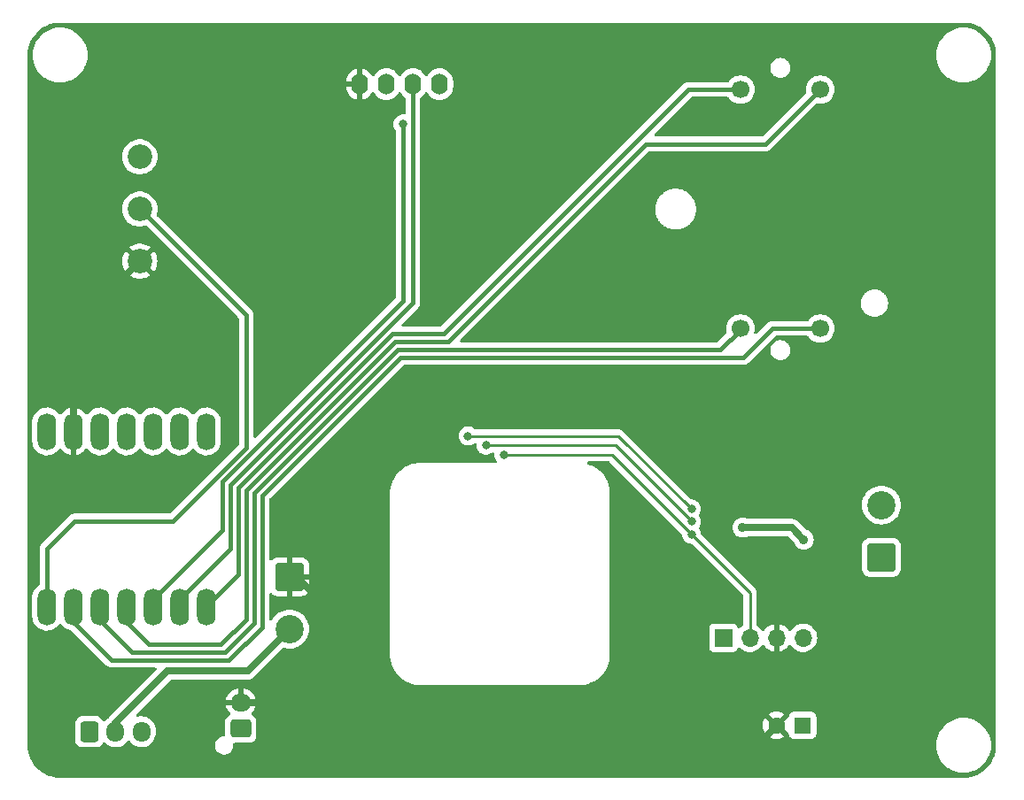
<source format=gbr>
%TF.GenerationSoftware,KiCad,Pcbnew,7.0.10*%
%TF.CreationDate,2024-02-14T22:25:51-08:00*%
%TF.ProjectId,pcb_lab,7063625f-6c61-4622-9e6b-696361645f70,rev?*%
%TF.SameCoordinates,Original*%
%TF.FileFunction,Copper,L2,Bot*%
%TF.FilePolarity,Positive*%
%FSLAX46Y46*%
G04 Gerber Fmt 4.6, Leading zero omitted, Abs format (unit mm)*
G04 Created by KiCad (PCBNEW 7.0.10) date 2024-02-14 22:25:51*
%MOMM*%
%LPD*%
G01*
G04 APERTURE LIST*
G04 Aperture macros list*
%AMRoundRect*
0 Rectangle with rounded corners*
0 $1 Rounding radius*
0 $2 $3 $4 $5 $6 $7 $8 $9 X,Y pos of 4 corners*
0 Add a 4 corners polygon primitive as box body*
4,1,4,$2,$3,$4,$5,$6,$7,$8,$9,$2,$3,0*
0 Add four circle primitives for the rounded corners*
1,1,$1+$1,$2,$3*
1,1,$1+$1,$4,$5*
1,1,$1+$1,$6,$7*
1,1,$1+$1,$8,$9*
0 Add four rect primitives between the rounded corners*
20,1,$1+$1,$2,$3,$4,$5,0*
20,1,$1+$1,$4,$5,$6,$7,0*
20,1,$1+$1,$6,$7,$8,$9,0*
20,1,$1+$1,$8,$9,$2,$3,0*%
G04 Aperture macros list end*
%TA.AperFunction,ComponentPad*%
%ADD10C,2.340000*%
%TD*%
%TA.AperFunction,ComponentPad*%
%ADD11O,1.600000X2.000000*%
%TD*%
%TA.AperFunction,ComponentPad*%
%ADD12RoundRect,0.250000X-0.600000X-0.725000X0.600000X-0.725000X0.600000X0.725000X-0.600000X0.725000X0*%
%TD*%
%TA.AperFunction,ComponentPad*%
%ADD13O,1.700000X1.950000*%
%TD*%
%TA.AperFunction,ComponentPad*%
%ADD14C,1.700000*%
%TD*%
%TA.AperFunction,ComponentPad*%
%ADD15O,1.778000X3.556000*%
%TD*%
%TA.AperFunction,ComponentPad*%
%ADD16RoundRect,0.250001X1.099999X-1.099999X1.099999X1.099999X-1.099999X1.099999X-1.099999X-1.099999X0*%
%TD*%
%TA.AperFunction,ComponentPad*%
%ADD17C,2.700000*%
%TD*%
%TA.AperFunction,ComponentPad*%
%ADD18R,1.600000X1.600000*%
%TD*%
%TA.AperFunction,ComponentPad*%
%ADD19C,1.600000*%
%TD*%
%TA.AperFunction,ComponentPad*%
%ADD20R,1.700000X1.700000*%
%TD*%
%TA.AperFunction,ComponentPad*%
%ADD21O,1.700000X1.700000*%
%TD*%
%TA.AperFunction,ComponentPad*%
%ADD22RoundRect,0.250000X0.725000X-0.600000X0.725000X0.600000X-0.725000X0.600000X-0.725000X-0.600000X0*%
%TD*%
%TA.AperFunction,ComponentPad*%
%ADD23O,1.950000X1.700000*%
%TD*%
%TA.AperFunction,ComponentPad*%
%ADD24RoundRect,0.250001X-1.099999X1.099999X-1.099999X-1.099999X1.099999X-1.099999X1.099999X1.099999X0*%
%TD*%
%TA.AperFunction,ViaPad*%
%ADD25C,1.016000*%
%TD*%
%TA.AperFunction,ViaPad*%
%ADD26C,0.800000*%
%TD*%
%TA.AperFunction,ViaPad*%
%ADD27C,0.889000*%
%TD*%
%TA.AperFunction,Conductor*%
%ADD28C,0.635000*%
%TD*%
%TA.AperFunction,Conductor*%
%ADD29C,0.381000*%
%TD*%
%TA.AperFunction,Conductor*%
%ADD30C,0.254000*%
%TD*%
%TA.AperFunction,Conductor*%
%ADD31C,0.250000*%
%TD*%
G04 APERTURE END LIST*
D10*
%TO.P,RV1,1,1*%
%TO.N,+3.3V*%
X87630000Y-57992000D03*
%TO.P,RV1,2,2*%
%TO.N,/Volumn*%
X87630000Y-62992000D03*
%TO.P,RV1,3,3*%
%TO.N,GND*%
X87630000Y-67992000D03*
%TD*%
D11*
%TO.P,Brd1,1,GND*%
%TO.N,GND*%
X108648000Y-51042000D03*
%TO.P,Brd1,2,VCC*%
%TO.N,+3.3V*%
X111188000Y-51042000D03*
%TO.P,Brd1,3,SCL*%
%TO.N,/SCL*%
X113728000Y-51042000D03*
%TO.P,Brd1,4,SDA*%
%TO.N,/SDA*%
X116268000Y-51042000D03*
%TD*%
D12*
%TO.P,SW1,1,A*%
%TO.N,Net-(BT1-+)*%
X82793200Y-113010600D03*
D13*
%TO.P,SW1,2,B*%
%TO.N,Net-(J1-Pin_2)*%
X85293200Y-113010600D03*
%TO.P,SW1,3,C*%
%TO.N,unconnected-(SW1-C-Pad3)*%
X87793200Y-113010600D03*
%TD*%
D14*
%TO.P,M1,1*%
%TO.N,/M1*%
X145034000Y-51562000D03*
%TO.P,M1,2,-*%
%TO.N,/M2*%
X152654000Y-51562000D03*
%TO.P,M1,3*%
%TO.N,/M3*%
X152654000Y-74422000D03*
%TO.P,M1,4*%
%TO.N,/M4*%
X145034000Y-74422000D03*
%TD*%
D15*
%TO.P,U1,1,GPIO1_A0_D0*%
%TO.N,/Volumn*%
X78740000Y-101041200D03*
%TO.P,U1,2,GPIO2_A1_D1*%
%TO.N,/M3*%
X81280000Y-101041200D03*
%TO.P,U1,3,GPIO3_A2_D2*%
%TO.N,/M4*%
X83820000Y-101041200D03*
%TO.P,U1,4,GPIO4_A3_D3*%
%TO.N,/M2*%
X86360000Y-101041200D03*
%TO.P,U1,5,GPIO4_A3_D3_SDA*%
%TO.N,/SDA*%
X88900000Y-101041200D03*
%TO.P,U1,6,GPIO6_A5_D5_SCL*%
%TO.N,/SCL*%
X91440000Y-101041200D03*
%TO.P,U1,7,GPIO43_TX_D6*%
%TO.N,/M1*%
X93980000Y-101041200D03*
%TO.P,U1,8,5V*%
%TO.N,unconnected-(U1-5V-Pad8)*%
X78740000Y-84277200D03*
%TO.P,U1,9,GND*%
%TO.N,GND*%
X81280000Y-84277200D03*
%TO.P,U1,10,3V3*%
%TO.N,+3.3V*%
X83820000Y-84277200D03*
%TO.P,U1,11,GPIO9_A10_D10_COPI*%
%TO.N,/SDI*%
X86360000Y-84277200D03*
%TO.P,U1,12,GPIO8_A9_D9_CIPO*%
%TO.N,unconnected-(U1-GPIO8_A9_D9_CIPO-Pad12)*%
X88900000Y-84277200D03*
%TO.P,U1,13,GPIO7_A8_D8_SCK*%
%TO.N,/SCK*%
X91440000Y-84277200D03*
%TO.P,U1,14,GPIO44_D7_RX*%
%TO.N,/CS*%
X93980000Y-84277200D03*
%TD*%
D16*
%TO.P,LS1,1,1*%
%TO.N,Net-(U4-OUT+)*%
X158513300Y-96313000D03*
D17*
%TO.P,LS1,2,2*%
%TO.N,Net-(U4-OUT-)*%
X158513300Y-91313000D03*
%TD*%
D18*
%TO.P,C8,1*%
%TO.N,+3.3V*%
X150980300Y-112389200D03*
D19*
%TO.P,C8,2*%
%TO.N,GND*%
X148480300Y-112389200D03*
%TD*%
D20*
%TO.P,D1,1,CIN*%
%TO.N,/SCK*%
X143400300Y-104013000D03*
D21*
%TO.P,D1,2,DIN*%
%TO.N,/SDI*%
X145940300Y-104013000D03*
%TO.P,D1,3,GND*%
%TO.N,GND*%
X148480300Y-104013000D03*
%TO.P,D1,4,+5V*%
%TO.N,+3.3V*%
X151020300Y-104013000D03*
%TD*%
D22*
%TO.P,BT1,1,+*%
%TO.N,Net-(BT1-+)*%
X97282000Y-112710600D03*
D23*
%TO.P,BT1,2,-*%
%TO.N,GND*%
X97282000Y-110210600D03*
%TD*%
D24*
%TO.P,J1,1,Pin_1*%
%TO.N,GND*%
X101939000Y-98179500D03*
D17*
%TO.P,J1,2,Pin_2*%
%TO.N,Net-(J1-Pin_2)*%
X101939000Y-103179500D03*
%TD*%
D25*
%TO.N,GND*%
X139827000Y-96520000D03*
X80010000Y-88773000D03*
X81026000Y-87757000D03*
X80010000Y-87757000D03*
X140843000Y-96520000D03*
X139827000Y-97536000D03*
X81026000Y-88773000D03*
X140843000Y-97536000D03*
D26*
%TO.N,/SDA*%
X112776000Y-54864000D03*
D27*
%TO.N,+3.3V*%
X145245300Y-93476700D03*
X151087300Y-94619700D03*
D26*
%TO.N,/SDI*%
X140352300Y-94107000D03*
X122428000Y-86487000D03*
%TO.N,/SCK*%
X120713500Y-85598000D03*
X140352300Y-92900500D03*
%TO.N,/CS*%
X140352300Y-91694000D03*
X118999000Y-84709000D03*
%TD*%
D28*
%TO.N,GND*%
X105410000Y-104902000D02*
X110617000Y-110109000D01*
X100101400Y-110210600D02*
X105410000Y-104902000D01*
X114173000Y-110109000D02*
X119761000Y-115697000D01*
X110617000Y-110109000D02*
X114173000Y-110109000D01*
X87630000Y-67992000D02*
X81280000Y-74342000D01*
X119761000Y-115697000D02*
X145172500Y-115697000D01*
X81280000Y-74342000D02*
X81280000Y-85039200D01*
X105410000Y-104902000D02*
X105410000Y-100965000D01*
X97282000Y-110210600D02*
X100101400Y-110210600D01*
X102624500Y-98179500D02*
X101939000Y-98179500D01*
X145172500Y-115697000D02*
X148480300Y-112389200D01*
X105410000Y-100965000D02*
X102624500Y-98179500D01*
D29*
%TO.N,/SCL*%
X91440000Y-100279200D02*
X96266000Y-95453200D01*
X96266000Y-89408000D02*
X113728000Y-71946000D01*
X96266000Y-95453200D02*
X96266000Y-89408000D01*
X113728000Y-71946000D02*
X113728000Y-51042000D01*
%TO.N,/SDA*%
X112776000Y-71818500D02*
X95504000Y-89090500D01*
X95504000Y-89090500D02*
X95504000Y-93675200D01*
X95504000Y-93675200D02*
X88900000Y-100279200D01*
X112776000Y-54864000D02*
X112776000Y-71818500D01*
D28*
%TO.N,+3.3V*%
X145245300Y-93476700D02*
X149944300Y-93476700D01*
X149944300Y-93476700D02*
X151087300Y-94619700D01*
D29*
%TO.N,/M1*%
X94665800Y-100279200D02*
X97028000Y-97917000D01*
X93980000Y-100279200D02*
X94665800Y-100279200D01*
X97028000Y-89662000D02*
X111760000Y-74930000D01*
X111760000Y-74930000D02*
X116713000Y-74930000D01*
X97028000Y-97917000D02*
X97028000Y-89662000D01*
X140081000Y-51562000D02*
X145034000Y-51562000D01*
X116713000Y-74930000D02*
X140081000Y-51562000D01*
%TO.N,/M2*%
X147447000Y-56769000D02*
X152654000Y-51562000D01*
X136017000Y-56769000D02*
X147447000Y-56769000D01*
X117094000Y-75692000D02*
X136017000Y-56769000D01*
X88519000Y-104648000D02*
X95377000Y-104648000D01*
X112014000Y-75692000D02*
X117094000Y-75692000D01*
X86360000Y-100279200D02*
X86360000Y-102489000D01*
X86360000Y-102489000D02*
X88519000Y-104648000D01*
X97790000Y-89916000D02*
X112014000Y-75692000D01*
X97790000Y-102235000D02*
X97790000Y-89916000D01*
X95377000Y-104648000D02*
X97790000Y-102235000D01*
%TO.N,/M3*%
X145288000Y-77216000D02*
X148082000Y-74422000D01*
X96139000Y-106172000D02*
X99314000Y-102997000D01*
X84963000Y-106172000D02*
X96139000Y-106172000D01*
X81280000Y-102489000D02*
X84963000Y-106172000D01*
X148082000Y-74422000D02*
X152654000Y-74422000D01*
X99314000Y-102997000D02*
X99314000Y-90424000D01*
X112522000Y-77216000D02*
X145288000Y-77216000D01*
X99314000Y-90424000D02*
X112522000Y-77216000D01*
X81280000Y-100279200D02*
X81280000Y-102489000D01*
%TO.N,/M4*%
X83820000Y-102362000D02*
X86868000Y-105410000D01*
X112268000Y-76454000D02*
X143129000Y-76454000D01*
X145034000Y-74549000D02*
X145034000Y-74422000D01*
X98552000Y-90170000D02*
X112268000Y-76454000D01*
X98552000Y-102616000D02*
X98552000Y-90170000D01*
X86868000Y-105410000D02*
X95758000Y-105410000D01*
X95758000Y-105410000D02*
X98552000Y-102616000D01*
X143129000Y-76454000D02*
X145034000Y-74549000D01*
X83820000Y-100279200D02*
X83820000Y-102362000D01*
%TO.N,/Volumn*%
X97790000Y-73152000D02*
X87630000Y-62992000D01*
X78740000Y-100279200D02*
X78740000Y-95504000D01*
X90805000Y-92837000D02*
X97790000Y-85852000D01*
X81407000Y-92837000D02*
X90805000Y-92837000D01*
X78740000Y-95504000D02*
X81407000Y-92837000D01*
X97790000Y-85852000D02*
X97790000Y-73152000D01*
D30*
%TO.N,/SDI*%
X145940300Y-99695000D02*
X145940300Y-104013000D01*
X132732300Y-86487000D02*
X140352300Y-94107000D01*
X122428000Y-86487000D02*
X132732300Y-86487000D01*
X140352300Y-94107000D02*
X145940300Y-99695000D01*
D31*
%TO.N,/SCK*%
X120904000Y-85598000D02*
X133113300Y-85598000D01*
X133113300Y-85598000D02*
X140352300Y-92837000D01*
%TO.N,/CS*%
X118999000Y-84709000D02*
X133367300Y-84709000D01*
X133367300Y-84709000D02*
X140352300Y-91694000D01*
D28*
%TO.N,Net-(J1-Pin_2)*%
X97930500Y-107188000D02*
X101939000Y-103179500D01*
X90297000Y-107188000D02*
X97930500Y-107188000D01*
X85293200Y-112191800D02*
X90297000Y-107188000D01*
X85293200Y-113010600D02*
X85293200Y-112191800D01*
%TD*%
%TA.AperFunction,Conductor*%
%TO.N,GND*%
G36*
X166373949Y-45160706D02*
G01*
X166686079Y-45177064D01*
X166701811Y-45178718D01*
X167006595Y-45226992D01*
X167022082Y-45230284D01*
X167320148Y-45310150D01*
X167335188Y-45315036D01*
X167623282Y-45425626D01*
X167637746Y-45432066D01*
X167901150Y-45566277D01*
X167912671Y-45572147D01*
X167926395Y-45580070D01*
X168185189Y-45748133D01*
X168198005Y-45757444D01*
X168423271Y-45939861D01*
X168437803Y-45951629D01*
X168449580Y-45962233D01*
X168667766Y-46180419D01*
X168678370Y-46192196D01*
X168760286Y-46293354D01*
X168862075Y-46419053D01*
X168872551Y-46431989D01*
X168881866Y-46444810D01*
X169049929Y-46703604D01*
X169057852Y-46717328D01*
X169197930Y-46992247D01*
X169204376Y-47006724D01*
X169314957Y-47294795D01*
X169319852Y-47309863D01*
X169331346Y-47352757D01*
X169399713Y-47607910D01*
X169403008Y-47623410D01*
X169451279Y-47928173D01*
X169452936Y-47943934D01*
X169469293Y-48256049D01*
X169469500Y-48263973D01*
X169469500Y-114296026D01*
X169469293Y-114303950D01*
X169452936Y-114616065D01*
X169451279Y-114631826D01*
X169403008Y-114936589D01*
X169399713Y-114952089D01*
X169319854Y-115250132D01*
X169314957Y-115265204D01*
X169204376Y-115553275D01*
X169197930Y-115567752D01*
X169057852Y-115842671D01*
X169049929Y-115856395D01*
X168881866Y-116115189D01*
X168872551Y-116128010D01*
X168678370Y-116367803D01*
X168667766Y-116379580D01*
X168449580Y-116597766D01*
X168437803Y-116608370D01*
X168198010Y-116802551D01*
X168185189Y-116811866D01*
X167926395Y-116979929D01*
X167912671Y-116987852D01*
X167637752Y-117127930D01*
X167623275Y-117134376D01*
X167335204Y-117244957D01*
X167320132Y-117249854D01*
X167022089Y-117329713D01*
X167006589Y-117333008D01*
X166701826Y-117381279D01*
X166686065Y-117382936D01*
X166480590Y-117393704D01*
X166373948Y-117399293D01*
X166366027Y-117399500D01*
X80013973Y-117399500D01*
X80006051Y-117399293D01*
X79852278Y-117391234D01*
X79693934Y-117382936D01*
X79678173Y-117381279D01*
X79373410Y-117333008D01*
X79357910Y-117329713D01*
X79158176Y-117276195D01*
X79059863Y-117249852D01*
X79044799Y-117244958D01*
X78756724Y-117134376D01*
X78742247Y-117127930D01*
X78467328Y-116987852D01*
X78453604Y-116979929D01*
X78194810Y-116811866D01*
X78181989Y-116802551D01*
X78146951Y-116774178D01*
X77970901Y-116631615D01*
X77942196Y-116608370D01*
X77930419Y-116597766D01*
X77712233Y-116379580D01*
X77701629Y-116367803D01*
X77658040Y-116313975D01*
X77507444Y-116128005D01*
X77498133Y-116115189D01*
X77330070Y-115856395D01*
X77322147Y-115842671D01*
X77300198Y-115799593D01*
X77182066Y-115567746D01*
X77175623Y-115553275D01*
X77161969Y-115517705D01*
X77065036Y-115265188D01*
X77060150Y-115250148D01*
X76980284Y-114952082D01*
X76976991Y-114936589D01*
X76975484Y-114927074D01*
X76928718Y-114631811D01*
X76927064Y-114616079D01*
X76910707Y-114303949D01*
X76910500Y-114296026D01*
X76910500Y-101989570D01*
X77342500Y-101989570D01*
X77357621Y-102167233D01*
X77417564Y-102397446D01*
X77467498Y-102507913D01*
X77515550Y-102614216D01*
X77515553Y-102614221D01*
X77648763Y-102811311D01*
X77813361Y-102983051D01*
X77813368Y-102983057D01*
X77813369Y-102983058D01*
X78004631Y-103124515D01*
X78217049Y-103231614D01*
X78444511Y-103301273D01*
X78680474Y-103331489D01*
X78680474Y-103331488D01*
X78680475Y-103331489D01*
X78759699Y-103328123D01*
X78918149Y-103321393D01*
X79150699Y-103271275D01*
X79371435Y-103182576D01*
X79574005Y-103057849D01*
X79752582Y-102900681D01*
X79894297Y-102725169D01*
X79957632Y-102679017D01*
X80035561Y-102670715D01*
X80107201Y-102702489D01*
X80137525Y-102735503D01*
X80188763Y-102811311D01*
X80353361Y-102983051D01*
X80353368Y-102983057D01*
X80353369Y-102983058D01*
X80544631Y-103124515D01*
X80757049Y-103231614D01*
X80984511Y-103301273D01*
X81069973Y-103312216D01*
X81142482Y-103341950D01*
X81157798Y-103355334D01*
X84450561Y-106648096D01*
X84456830Y-106654756D01*
X84496069Y-106699048D01*
X84496072Y-106699051D01*
X84544771Y-106732666D01*
X84552135Y-106738085D01*
X84585010Y-106763840D01*
X84598725Y-106774585D01*
X84605653Y-106777702D01*
X84629520Y-106791164D01*
X84635772Y-106795480D01*
X84635777Y-106795482D01*
X84691101Y-106816464D01*
X84699538Y-106819957D01*
X84753518Y-106844252D01*
X84760988Y-106845620D01*
X84787387Y-106852979D01*
X84794490Y-106855673D01*
X84853225Y-106862804D01*
X84862254Y-106864178D01*
X84920486Y-106874850D01*
X84979572Y-106871275D01*
X84988713Y-106871000D01*
X89080347Y-106871000D01*
X89156047Y-106891284D01*
X89211463Y-106946700D01*
X89231747Y-107022400D01*
X89211463Y-107098100D01*
X89187403Y-107129456D01*
X84737219Y-111579638D01*
X84728178Y-111587972D01*
X84689993Y-111620406D01*
X84689990Y-111620409D01*
X84648155Y-111675442D01*
X84607009Y-111712738D01*
X84482469Y-111789421D01*
X84308875Y-111942202D01*
X84304431Y-111946840D01*
X84303485Y-111945933D01*
X84245907Y-111987871D01*
X84167976Y-111996156D01*
X84096343Y-111964365D01*
X84062626Y-111926077D01*
X83992230Y-111811948D01*
X83866852Y-111686570D01*
X83866850Y-111686568D01*
X83715938Y-111593485D01*
X83547623Y-111537712D01*
X83443746Y-111527100D01*
X82142653Y-111527100D01*
X82038777Y-111537712D01*
X81870461Y-111593485D01*
X81719549Y-111686568D01*
X81594168Y-111811949D01*
X81501085Y-111962861D01*
X81445312Y-112131176D01*
X81445312Y-112131177D01*
X81434700Y-112235053D01*
X81434700Y-113786146D01*
X81445312Y-113890022D01*
X81445312Y-113890024D01*
X81445313Y-113890026D01*
X81482653Y-114002714D01*
X81501085Y-114058338D01*
X81594168Y-114209250D01*
X81719549Y-114334631D01*
X81749379Y-114353030D01*
X81870462Y-114427715D01*
X82038774Y-114483487D01*
X82142655Y-114494100D01*
X83443744Y-114494099D01*
X83443746Y-114494099D01*
X83478371Y-114490561D01*
X83547626Y-114483487D01*
X83715938Y-114427715D01*
X83866852Y-114334630D01*
X83992230Y-114209252D01*
X84065023Y-114091235D01*
X84122025Y-114037458D01*
X84198282Y-114019384D01*
X84273361Y-114041860D01*
X84303184Y-114065961D01*
X84392420Y-114159069D01*
X84392432Y-114159080D01*
X84578355Y-114296587D01*
X84784837Y-114400692D01*
X84784843Y-114400695D01*
X85005957Y-114468411D01*
X85235335Y-114497784D01*
X85466378Y-114487969D01*
X85692438Y-114439249D01*
X85907013Y-114353026D01*
X86103930Y-114231779D01*
X86277524Y-114078998D01*
X86422800Y-113899076D01*
X86422801Y-113899074D01*
X86426840Y-113894072D01*
X86428496Y-113895409D01*
X86479887Y-113850799D01*
X86556828Y-113835898D01*
X86630911Y-113861464D01*
X86671599Y-113902141D01*
X86727034Y-113984159D01*
X86732417Y-113992123D01*
X86884825Y-114151143D01*
X86892427Y-114159075D01*
X86892432Y-114159080D01*
X87078355Y-114296587D01*
X87284837Y-114400692D01*
X87284843Y-114400695D01*
X87505957Y-114468411D01*
X87735335Y-114497784D01*
X87966378Y-114487969D01*
X88192438Y-114439249D01*
X88407013Y-114353026D01*
X88553354Y-114262920D01*
X94802630Y-114262920D01*
X94812938Y-114453073D01*
X94863884Y-114636563D01*
X94863887Y-114636570D01*
X94953086Y-114804816D01*
X94953090Y-114804823D01*
X95076368Y-114949956D01*
X95076369Y-114949957D01*
X95227971Y-115065202D01*
X95400803Y-115145162D01*
X95586784Y-115186100D01*
X95586788Y-115186100D01*
X95729461Y-115186100D01*
X95729465Y-115186100D01*
X95871316Y-115170673D01*
X96051780Y-115109867D01*
X96214954Y-115011689D01*
X96353207Y-114880729D01*
X96460075Y-114723110D01*
X96530562Y-114546202D01*
X96561370Y-114358278D01*
X96558211Y-114300000D01*
X163749719Y-114300000D01*
X163768823Y-114615840D01*
X163825860Y-114927075D01*
X163906575Y-115186098D01*
X163919995Y-115229164D01*
X164009325Y-115427648D01*
X164049855Y-115517703D01*
X164049861Y-115517713D01*
X164213554Y-115788495D01*
X164408691Y-116037567D01*
X164632432Y-116261308D01*
X164881504Y-116456445D01*
X164915561Y-116477033D01*
X165152295Y-116620144D01*
X165440836Y-116750005D01*
X165742926Y-116844140D01*
X165984325Y-116888378D01*
X166054159Y-116901176D01*
X166054158Y-116901176D01*
X166088244Y-116903237D01*
X166370000Y-116920281D01*
X166685840Y-116901176D01*
X166997074Y-116844140D01*
X167299164Y-116750005D01*
X167587705Y-116620144D01*
X167858489Y-116456449D01*
X167858491Y-116456447D01*
X167858495Y-116456445D01*
X167996387Y-116348413D01*
X168107568Y-116261308D01*
X168331308Y-116037568D01*
X168484000Y-115842671D01*
X168526445Y-115788495D01*
X168532958Y-115777721D01*
X168690144Y-115517705D01*
X168820005Y-115229164D01*
X168914140Y-114927074D01*
X168971176Y-114615840D01*
X168990281Y-114300000D01*
X168971176Y-113984160D01*
X168914140Y-113672926D01*
X168820005Y-113370836D01*
X168690144Y-113082295D01*
X168526449Y-112811511D01*
X168526445Y-112811504D01*
X168331308Y-112562432D01*
X168107567Y-112338691D01*
X167858495Y-112143554D01*
X167587713Y-111979861D01*
X167587703Y-111979855D01*
X167514346Y-111946840D01*
X167299164Y-111849995D01*
X167299157Y-111849992D01*
X167299155Y-111849992D01*
X166997075Y-111755860D01*
X166685840Y-111698823D01*
X166685841Y-111698823D01*
X166370000Y-111679719D01*
X166054159Y-111698823D01*
X165742924Y-111755860D01*
X165440844Y-111849992D01*
X165440838Y-111849994D01*
X165440836Y-111849995D01*
X165328584Y-111900515D01*
X165152296Y-111979855D01*
X165152286Y-111979861D01*
X164881504Y-112143554D01*
X164632432Y-112338691D01*
X164408691Y-112562432D01*
X164213554Y-112811504D01*
X164049861Y-113082286D01*
X164049855Y-113082296D01*
X164004537Y-113182990D01*
X163959212Y-113283700D01*
X163919994Y-113370839D01*
X163919992Y-113370844D01*
X163825860Y-113672924D01*
X163768823Y-113984159D01*
X163749719Y-114300000D01*
X96558211Y-114300000D01*
X96558184Y-114299503D01*
X96554345Y-114228694D01*
X96570501Y-114152007D01*
X96622837Y-114093673D01*
X96697328Y-114069321D01*
X96705523Y-114069099D01*
X98057546Y-114069099D01*
X98092171Y-114065561D01*
X98161426Y-114058487D01*
X98329738Y-114002715D01*
X98480652Y-113909630D01*
X98606030Y-113784252D01*
X98699115Y-113633338D01*
X98754887Y-113465026D01*
X98765500Y-113361145D01*
X98765499Y-112389200D01*
X147175334Y-112389200D01*
X147195158Y-112615805D01*
X147254032Y-112835521D01*
X147254034Y-112835528D01*
X147350167Y-113041685D01*
X147350170Y-113041690D01*
X147401273Y-113114671D01*
X147401274Y-113114672D01*
X148082345Y-112433599D01*
X148095135Y-112514348D01*
X148152659Y-112627245D01*
X148242255Y-112716841D01*
X148355152Y-112774365D01*
X148435899Y-112787153D01*
X147754827Y-113468225D01*
X147827813Y-113519331D01*
X147827819Y-113519335D01*
X148033966Y-113615463D01*
X148033978Y-113615467D01*
X148253694Y-113674341D01*
X148480300Y-113694165D01*
X148706905Y-113674341D01*
X148926621Y-113615467D01*
X148926633Y-113615463D01*
X149132776Y-113519337D01*
X149132790Y-113519329D01*
X149205771Y-113468225D01*
X149205771Y-113468224D01*
X148524700Y-112787153D01*
X148605448Y-112774365D01*
X148718345Y-112716841D01*
X148807941Y-112627245D01*
X148865465Y-112514348D01*
X148878253Y-112433600D01*
X149575195Y-113130542D01*
X149586950Y-113132615D01*
X149646986Y-113182990D01*
X149673499Y-113253647D01*
X149678309Y-113298393D01*
X149678313Y-113298406D01*
X149729409Y-113435401D01*
X149729410Y-113435403D01*
X149729411Y-113435404D01*
X149817039Y-113552461D01*
X149934096Y-113640089D01*
X149934097Y-113640089D01*
X149934098Y-113640090D01*
X149968346Y-113652864D01*
X150071099Y-113691189D01*
X150131662Y-113697700D01*
X150131667Y-113697700D01*
X151828933Y-113697700D01*
X151828938Y-113697700D01*
X151889501Y-113691189D01*
X152026504Y-113640089D01*
X152143561Y-113552461D01*
X152231189Y-113435404D01*
X152282289Y-113298401D01*
X152288800Y-113237838D01*
X152288800Y-111540562D01*
X152282289Y-111479999D01*
X152243964Y-111377246D01*
X152231190Y-111342998D01*
X152231189Y-111342996D01*
X152143561Y-111225939D01*
X152026504Y-111138311D01*
X152026503Y-111138310D01*
X152026501Y-111138309D01*
X151889506Y-111087213D01*
X151889501Y-111087211D01*
X151828938Y-111080700D01*
X150131662Y-111080700D01*
X150081192Y-111086125D01*
X150071098Y-111087211D01*
X150071093Y-111087213D01*
X149934098Y-111138309D01*
X149817039Y-111225939D01*
X149729409Y-111342998D01*
X149678313Y-111479993D01*
X149678309Y-111480006D01*
X149673499Y-111524752D01*
X149645239Y-111597850D01*
X149584217Y-111647024D01*
X149574396Y-111648655D01*
X148878253Y-112344798D01*
X148865465Y-112264052D01*
X148807941Y-112151155D01*
X148718345Y-112061559D01*
X148605448Y-112004035D01*
X148524699Y-111991245D01*
X149205772Y-111310174D01*
X149205771Y-111310173D01*
X149132790Y-111259070D01*
X149132785Y-111259067D01*
X148926628Y-111162934D01*
X148926621Y-111162932D01*
X148706905Y-111104058D01*
X148480300Y-111084234D01*
X148253694Y-111104058D01*
X148033978Y-111162932D01*
X148033971Y-111162934D01*
X147827814Y-111259067D01*
X147827811Y-111259069D01*
X147754826Y-111310173D01*
X148435899Y-111991246D01*
X148355152Y-112004035D01*
X148242255Y-112061559D01*
X148152659Y-112151155D01*
X148095135Y-112264052D01*
X148082346Y-112344799D01*
X147401273Y-111663726D01*
X147350169Y-111736711D01*
X147350167Y-111736714D01*
X147254034Y-111942871D01*
X147254032Y-111942878D01*
X147195158Y-112162594D01*
X147175334Y-112389200D01*
X98765499Y-112389200D01*
X98765499Y-112060056D01*
X98763005Y-112035646D01*
X98757306Y-111979855D01*
X98754887Y-111956174D01*
X98699115Y-111787862D01*
X98632412Y-111679719D01*
X98606031Y-111636949D01*
X98480650Y-111511568D01*
X98355749Y-111434528D01*
X98301968Y-111377524D01*
X98283894Y-111301266D01*
X98306371Y-111226188D01*
X98328174Y-111198613D01*
X98445109Y-111081678D01*
X98580595Y-110888186D01*
X98580598Y-110888181D01*
X98680430Y-110674093D01*
X98737635Y-110460600D01*
X97685969Y-110460600D01*
X97718519Y-110409951D01*
X97757000Y-110278895D01*
X97757000Y-110142305D01*
X97718519Y-110011249D01*
X97685969Y-109960600D01*
X98737635Y-109960600D01*
X98737635Y-109960599D01*
X98680430Y-109747106D01*
X98580600Y-109533023D01*
X98445106Y-109339518D01*
X98278081Y-109172493D01*
X98084576Y-109036999D01*
X97870492Y-108937169D01*
X97870493Y-108937169D01*
X97642320Y-108876030D01*
X97642321Y-108876030D01*
X97532000Y-108866379D01*
X97532000Y-109802581D01*
X97417199Y-109750154D01*
X97315975Y-109735600D01*
X97248025Y-109735600D01*
X97146801Y-109750154D01*
X97032000Y-109802581D01*
X97032000Y-108866379D01*
X96921679Y-108876030D01*
X96693506Y-108937169D01*
X96479423Y-109036999D01*
X96285918Y-109172493D01*
X96118890Y-109339521D01*
X95983404Y-109533013D01*
X95983401Y-109533018D01*
X95883569Y-109747106D01*
X95826364Y-109960599D01*
X95826365Y-109960600D01*
X96878031Y-109960600D01*
X96845481Y-110011249D01*
X96807000Y-110142305D01*
X96807000Y-110278895D01*
X96845481Y-110409951D01*
X96878031Y-110460600D01*
X95826364Y-110460600D01*
X95883569Y-110674093D01*
X95983399Y-110888176D01*
X96118893Y-111081681D01*
X96235825Y-111198613D01*
X96275010Y-111266484D01*
X96275010Y-111344854D01*
X96235825Y-111412725D01*
X96208251Y-111434528D01*
X96083348Y-111511569D01*
X95957968Y-111636949D01*
X95864885Y-111787861D01*
X95809112Y-111956176D01*
X95809112Y-111956177D01*
X95798500Y-112060053D01*
X95798500Y-112060055D01*
X95798500Y-112683907D01*
X95798501Y-113283700D01*
X95778217Y-113359400D01*
X95722801Y-113414816D01*
X95647101Y-113435100D01*
X95634535Y-113435100D01*
X95539967Y-113445384D01*
X95492682Y-113450527D01*
X95312219Y-113511333D01*
X95149046Y-113609511D01*
X95010790Y-113740473D01*
X95010788Y-113740476D01*
X94903925Y-113898088D01*
X94903924Y-113898090D01*
X94833437Y-114075000D01*
X94802630Y-114262920D01*
X88553354Y-114262920D01*
X88603930Y-114231779D01*
X88777524Y-114078998D01*
X88922800Y-113899076D01*
X89035580Y-113697191D01*
X89112619Y-113479150D01*
X89151700Y-113251225D01*
X89151700Y-112827887D01*
X89137001Y-112655182D01*
X89078730Y-112431393D01*
X88983478Y-112220671D01*
X88983475Y-112220666D01*
X88983472Y-112220661D01*
X88853987Y-112029083D01*
X88853983Y-112029077D01*
X88693972Y-111862124D01*
X88693967Y-111862119D01*
X88508044Y-111724612D01*
X88301562Y-111620507D01*
X88301549Y-111620502D01*
X88080451Y-111552791D01*
X88080445Y-111552789D01*
X88080443Y-111552789D01*
X87851065Y-111523416D01*
X87851064Y-111523416D01*
X87620023Y-111533230D01*
X87620019Y-111533231D01*
X87484770Y-111562380D01*
X87406496Y-111558500D01*
X87340648Y-111516002D01*
X87304871Y-111446275D01*
X87308751Y-111368001D01*
X87345815Y-111307324D01*
X90594796Y-108058344D01*
X90662667Y-108019159D01*
X90701852Y-108014000D01*
X97890754Y-108014000D01*
X97903041Y-108014499D01*
X97906976Y-108014819D01*
X97952999Y-108018567D01*
X98028925Y-108008221D01*
X98032945Y-108007729D01*
X98109113Y-107999446D01*
X98109116Y-107999445D01*
X98117130Y-107997681D01*
X98117169Y-107997861D01*
X98123089Y-107996474D01*
X98123045Y-107996296D01*
X98131011Y-107994314D01*
X98131013Y-107994312D01*
X98131021Y-107994312D01*
X98202988Y-107967871D01*
X98206725Y-107966555D01*
X98279374Y-107942078D01*
X98279380Y-107942073D01*
X98286821Y-107938632D01*
X98286897Y-107938798D01*
X98292392Y-107936165D01*
X98292311Y-107936002D01*
X98299666Y-107932354D01*
X98319420Y-107919727D01*
X98364232Y-107891083D01*
X98367627Y-107888976D01*
X98433322Y-107849451D01*
X98433330Y-107849443D01*
X98439859Y-107844481D01*
X98439969Y-107844627D01*
X98444766Y-107840876D01*
X98444652Y-107840734D01*
X98451041Y-107835596D01*
X98451049Y-107835592D01*
X98505258Y-107781381D01*
X98508122Y-107778594D01*
X98563758Y-107725894D01*
X98563760Y-107725890D01*
X98569076Y-107719634D01*
X98569214Y-107719752D01*
X98580275Y-107706364D01*
X100461489Y-105825150D01*
X111557500Y-105825150D01*
X111558051Y-105830040D01*
X111592401Y-106134900D01*
X111593586Y-106145412D01*
X111593587Y-106145423D01*
X111665301Y-106459624D01*
X111665302Y-106459628D01*
X111771751Y-106763841D01*
X111911588Y-107054215D01*
X111911590Y-107054218D01*
X112083065Y-107327119D01*
X112284002Y-107579086D01*
X112284011Y-107579096D01*
X112511903Y-107806988D01*
X112511913Y-107806997D01*
X112763880Y-108007934D01*
X112763883Y-108007936D01*
X112763887Y-108007939D01*
X113036782Y-108179410D01*
X113327160Y-108319249D01*
X113631369Y-108425697D01*
X113945584Y-108497414D01*
X114219686Y-108528298D01*
X114265850Y-108533500D01*
X114265852Y-108533500D01*
X129828150Y-108533500D01*
X129871210Y-108528648D01*
X130148416Y-108497414D01*
X130462631Y-108425697D01*
X130766840Y-108319249D01*
X131057218Y-108179410D01*
X131330113Y-108007939D01*
X131582094Y-107806991D01*
X131809991Y-107579094D01*
X132010939Y-107327113D01*
X132182410Y-107054218D01*
X132322249Y-106763840D01*
X132428697Y-106459631D01*
X132500414Y-106145416D01*
X132535949Y-105830040D01*
X132536500Y-105825150D01*
X132536500Y-90008849D01*
X132520362Y-89865625D01*
X132500414Y-89688584D01*
X132428697Y-89374369D01*
X132322249Y-89070160D01*
X132182410Y-88779782D01*
X132010939Y-88506887D01*
X132010936Y-88506883D01*
X132010934Y-88506880D01*
X131809997Y-88254913D01*
X131809988Y-88254903D01*
X131582096Y-88027011D01*
X131582086Y-88027002D01*
X131330119Y-87826065D01*
X131275419Y-87791695D01*
X131057218Y-87654590D01*
X131057215Y-87654588D01*
X130766841Y-87514751D01*
X130486925Y-87416804D01*
X130422173Y-87372656D01*
X130388169Y-87302047D01*
X130394026Y-87223895D01*
X130438174Y-87159143D01*
X130508783Y-87125139D01*
X130536930Y-87122500D01*
X132406356Y-87122500D01*
X132482056Y-87142784D01*
X132513412Y-87166844D01*
X139399150Y-94052582D01*
X139438335Y-94120453D01*
X139442665Y-94143812D01*
X139458758Y-94296931D01*
X139517772Y-94478553D01*
X139517773Y-94478556D01*
X139613257Y-94643941D01*
X139613260Y-94643944D01*
X139710935Y-94752424D01*
X139741047Y-94785866D01*
X139815761Y-94840149D01*
X139895546Y-94898117D01*
X139895550Y-94898119D01*
X139960555Y-94927061D01*
X140070012Y-94975794D01*
X140256813Y-95015500D01*
X140299356Y-95015500D01*
X140375056Y-95035784D01*
X140406412Y-95059844D01*
X145260456Y-99913888D01*
X145299641Y-99981759D01*
X145304800Y-100020944D01*
X145304800Y-102722026D01*
X145284516Y-102797726D01*
X145229100Y-102853142D01*
X145225478Y-102855167D01*
X145214078Y-102861336D01*
X145194721Y-102871812D01*
X145017062Y-103010092D01*
X144984080Y-103045920D01*
X144917886Y-103087875D01*
X144839582Y-103091113D01*
X144770150Y-103054766D01*
X144730838Y-102996287D01*
X144701190Y-102916798D01*
X144701189Y-102916796D01*
X144613561Y-102799739D01*
X144496504Y-102712111D01*
X144496503Y-102712110D01*
X144496501Y-102712109D01*
X144359506Y-102661013D01*
X144359501Y-102661011D01*
X144298938Y-102654500D01*
X142501662Y-102654500D01*
X142451192Y-102659925D01*
X142441098Y-102661011D01*
X142441093Y-102661013D01*
X142304098Y-102712109D01*
X142187039Y-102799739D01*
X142099409Y-102916798D01*
X142048313Y-103053793D01*
X142048311Y-103053799D01*
X142041800Y-103114362D01*
X142041800Y-104911638D01*
X142047631Y-104965874D01*
X142048311Y-104972201D01*
X142048313Y-104972206D01*
X142099409Y-105109201D01*
X142099410Y-105109203D01*
X142099411Y-105109204D01*
X142187039Y-105226261D01*
X142304096Y-105313889D01*
X142304097Y-105313889D01*
X142304098Y-105313890D01*
X142338346Y-105326664D01*
X142441099Y-105364989D01*
X142501662Y-105371500D01*
X142501667Y-105371500D01*
X144298933Y-105371500D01*
X144298938Y-105371500D01*
X144359501Y-105364989D01*
X144496504Y-105313889D01*
X144613561Y-105226261D01*
X144701189Y-105109204D01*
X144730838Y-105029711D01*
X144776297Y-104965874D01*
X144847585Y-104933317D01*
X144925601Y-104940767D01*
X144984079Y-104980080D01*
X145017060Y-105015906D01*
X145034798Y-105029712D01*
X145194725Y-105154190D01*
X145392722Y-105261340D01*
X145392725Y-105261342D01*
X145465802Y-105286429D01*
X145605665Y-105334444D01*
X145753709Y-105359148D01*
X145827730Y-105371500D01*
X145827731Y-105371500D01*
X146052870Y-105371500D01*
X146117081Y-105360785D01*
X146274935Y-105334444D01*
X146487874Y-105261342D01*
X146685876Y-105154189D01*
X146863540Y-105015906D01*
X147016022Y-104850268D01*
X147087898Y-104740253D01*
X147146279Y-104687977D01*
X147222981Y-104671894D01*
X147297449Y-104696316D01*
X147338661Y-104736224D01*
X147442190Y-104884078D01*
X147609221Y-105051109D01*
X147802713Y-105186595D01*
X147802718Y-105186598D01*
X148016805Y-105286429D01*
X148016812Y-105286431D01*
X148230298Y-105343634D01*
X148230300Y-105343634D01*
X148230300Y-104448501D01*
X148337985Y-104497680D01*
X148444537Y-104513000D01*
X148516063Y-104513000D01*
X148622615Y-104497680D01*
X148730300Y-104448501D01*
X148730300Y-105343634D01*
X148730301Y-105343634D01*
X148943787Y-105286431D01*
X148943794Y-105286429D01*
X149157881Y-105186598D01*
X149157886Y-105186595D01*
X149351378Y-105051109D01*
X149518408Y-104884079D01*
X149621937Y-104736225D01*
X149681972Y-104685849D01*
X149759152Y-104672240D01*
X149832796Y-104699044D01*
X149872702Y-104740254D01*
X149944578Y-104850268D01*
X149975703Y-104884078D01*
X150090527Y-105008810D01*
X150097060Y-105015906D01*
X150114798Y-105029712D01*
X150274725Y-105154190D01*
X150472722Y-105261340D01*
X150472725Y-105261342D01*
X150545802Y-105286429D01*
X150685665Y-105334444D01*
X150833709Y-105359148D01*
X150907730Y-105371500D01*
X150907731Y-105371500D01*
X151132870Y-105371500D01*
X151197081Y-105360785D01*
X151354935Y-105334444D01*
X151567874Y-105261342D01*
X151765876Y-105154189D01*
X151943540Y-105015906D01*
X152096022Y-104850268D01*
X152219160Y-104661791D01*
X152309596Y-104455616D01*
X152364864Y-104237368D01*
X152383456Y-104013000D01*
X152364864Y-103788632D01*
X152309596Y-103570384D01*
X152309595Y-103570381D01*
X152309595Y-103570380D01*
X152219163Y-103364216D01*
X152219160Y-103364210D01*
X152219160Y-103364209D01*
X152096022Y-103175732D01*
X151943540Y-103010094D01*
X151898314Y-102974893D01*
X151765874Y-102871809D01*
X151567877Y-102764659D01*
X151567874Y-102764657D01*
X151354941Y-102691558D01*
X151354932Y-102691555D01*
X151132870Y-102654500D01*
X151132869Y-102654500D01*
X150907731Y-102654500D01*
X150907730Y-102654500D01*
X150685667Y-102691555D01*
X150685658Y-102691558D01*
X150472725Y-102764657D01*
X150472722Y-102764659D01*
X150274725Y-102871809D01*
X150097059Y-103010094D01*
X150097058Y-103010095D01*
X149944580Y-103175729D01*
X149944576Y-103175734D01*
X149872704Y-103285743D01*
X149814319Y-103338022D01*
X149737616Y-103354105D01*
X149663149Y-103329682D01*
X149621937Y-103289775D01*
X149518406Y-103141918D01*
X149351378Y-102974890D01*
X149157886Y-102839404D01*
X149157881Y-102839401D01*
X148943792Y-102739569D01*
X148943793Y-102739569D01*
X148730300Y-102682364D01*
X148730300Y-103577498D01*
X148622615Y-103528320D01*
X148516063Y-103513000D01*
X148444537Y-103513000D01*
X148337985Y-103528320D01*
X148230300Y-103577498D01*
X148230300Y-102682364D01*
X148230299Y-102682364D01*
X148016806Y-102739569D01*
X147802723Y-102839399D01*
X147609218Y-102974893D01*
X147442190Y-103141921D01*
X147338661Y-103289775D01*
X147278626Y-103340150D01*
X147201446Y-103353759D01*
X147127802Y-103326954D01*
X147087897Y-103285745D01*
X147022389Y-103185477D01*
X147016023Y-103175733D01*
X147016019Y-103175729D01*
X146863541Y-103010095D01*
X146863540Y-103010094D01*
X146685878Y-102871812D01*
X146680239Y-102868760D01*
X146655141Y-102855178D01*
X146598220Y-102801311D01*
X146575858Y-102726198D01*
X146575800Y-102722026D01*
X146575800Y-99781875D01*
X146577683Y-99764817D01*
X146577112Y-99764763D01*
X146578008Y-99755279D01*
X146575875Y-99687414D01*
X146575800Y-99682657D01*
X146575800Y-99655020D01*
X146575800Y-99655017D01*
X146575438Y-99652155D01*
X146574319Y-99637932D01*
X146572964Y-99594794D01*
X146572963Y-99594793D01*
X146567845Y-99577174D01*
X146563026Y-99553906D01*
X146560726Y-99535697D01*
X146544835Y-99495564D01*
X146540211Y-99482060D01*
X146536179Y-99468182D01*
X146528169Y-99440607D01*
X146518826Y-99424809D01*
X146508375Y-99403475D01*
X146501619Y-99386412D01*
X146487374Y-99366805D01*
X146476239Y-99351480D01*
X146468416Y-99339570D01*
X146446434Y-99302401D01*
X146433456Y-99289423D01*
X146418024Y-99271353D01*
X146407246Y-99256518D01*
X146407244Y-99256516D01*
X146407242Y-99256513D01*
X146373975Y-99228992D01*
X146363426Y-99219393D01*
X144607578Y-97463545D01*
X156654800Y-97463545D01*
X156665412Y-97567420D01*
X156665412Y-97567422D01*
X156721185Y-97735738D01*
X156814268Y-97886649D01*
X156939650Y-98012031D01*
X156986898Y-98041174D01*
X157090562Y-98105115D01*
X157258875Y-98160887D01*
X157321203Y-98167254D01*
X157362754Y-98171500D01*
X157362756Y-98171500D01*
X159663846Y-98171500D01*
X159693524Y-98168467D01*
X159767725Y-98160887D01*
X159936038Y-98105115D01*
X160086951Y-98012030D01*
X160212330Y-97886651D01*
X160305415Y-97735738D01*
X160361187Y-97567425D01*
X160371800Y-97463544D01*
X160371800Y-95162456D01*
X160370185Y-95146653D01*
X160364719Y-95093148D01*
X160361187Y-95058575D01*
X160305415Y-94890262D01*
X160241022Y-94785866D01*
X160212331Y-94739350D01*
X160086949Y-94613968D01*
X159936038Y-94520885D01*
X159808285Y-94478553D01*
X159767725Y-94465113D01*
X159767723Y-94465112D01*
X159767721Y-94465112D01*
X159663846Y-94454500D01*
X159663844Y-94454500D01*
X157362756Y-94454500D01*
X157362754Y-94454500D01*
X157258879Y-94465112D01*
X157258877Y-94465112D01*
X157090561Y-94520885D01*
X156939650Y-94613968D01*
X156814268Y-94739350D01*
X156721185Y-94890261D01*
X156665412Y-95058577D01*
X156665412Y-95058579D01*
X156654800Y-95162454D01*
X156654800Y-97463545D01*
X144607578Y-97463545D01*
X141305449Y-94161416D01*
X141266264Y-94093545D01*
X141261935Y-94070192D01*
X141245842Y-93917072D01*
X141186827Y-93735444D01*
X141096764Y-93579450D01*
X141076480Y-93503750D01*
X141083728Y-93476700D01*
X144287689Y-93476700D01*
X144306089Y-93663521D01*
X144360581Y-93843159D01*
X144360583Y-93843162D01*
X144449076Y-94008720D01*
X144568167Y-94153833D01*
X144713280Y-94272924D01*
X144851948Y-94347044D01*
X144878840Y-94361418D01*
X144943661Y-94381081D01*
X145058479Y-94415911D01*
X145245300Y-94434311D01*
X145432121Y-94415911D01*
X145611762Y-94361417D01*
X145688168Y-94320576D01*
X145759537Y-94302700D01*
X149539447Y-94302700D01*
X149615147Y-94322984D01*
X149646503Y-94347044D01*
X150139608Y-94840149D01*
X150177432Y-94903254D01*
X150202582Y-94986159D01*
X150202583Y-94986162D01*
X150291076Y-95151720D01*
X150410167Y-95296833D01*
X150555280Y-95415924D01*
X150668647Y-95476520D01*
X150720840Y-95504418D01*
X150774034Y-95520554D01*
X150900479Y-95558911D01*
X151087300Y-95577311D01*
X151274121Y-95558911D01*
X151438933Y-95508915D01*
X151453759Y-95504418D01*
X151453759Y-95504417D01*
X151453762Y-95504417D01*
X151619320Y-95415924D01*
X151764433Y-95296833D01*
X151883524Y-95151720D01*
X151972017Y-94986162D01*
X152026511Y-94806521D01*
X152044911Y-94619700D01*
X152026511Y-94432879D01*
X151977989Y-94272924D01*
X151972018Y-94253240D01*
X151922937Y-94161416D01*
X151883524Y-94087680D01*
X151764433Y-93942567D01*
X151619320Y-93823476D01*
X151453762Y-93734983D01*
X151453761Y-93734982D01*
X151453760Y-93734982D01*
X151370854Y-93709832D01*
X151307749Y-93672008D01*
X150556467Y-92920726D01*
X150548133Y-92911685D01*
X150515690Y-92873491D01*
X150454688Y-92827118D01*
X150451458Y-92824593D01*
X150391779Y-92776621D01*
X150384865Y-92772202D01*
X150384961Y-92772050D01*
X150379786Y-92768840D01*
X150379694Y-92768995D01*
X150372656Y-92764760D01*
X150303105Y-92732582D01*
X150299410Y-92730811D01*
X150230822Y-92696794D01*
X150223118Y-92693964D01*
X150223179Y-92693796D01*
X150217430Y-92691772D01*
X150217373Y-92691942D01*
X150209593Y-92689320D01*
X150143679Y-92674812D01*
X150134797Y-92672856D01*
X150130825Y-92671926D01*
X150056468Y-92653435D01*
X150056466Y-92653434D01*
X150056463Y-92653434D01*
X150048339Y-92652327D01*
X150048362Y-92652150D01*
X150042309Y-92651409D01*
X150042290Y-92651587D01*
X150034133Y-92650700D01*
X150034132Y-92650700D01*
X149957533Y-92650700D01*
X149953433Y-92650644D01*
X149952283Y-92650612D01*
X149876873Y-92648569D01*
X149868693Y-92649236D01*
X149868678Y-92649055D01*
X149851374Y-92650700D01*
X145759537Y-92650700D01*
X145688168Y-92632823D01*
X145650449Y-92612662D01*
X145611759Y-92591981D01*
X145432121Y-92537489D01*
X145245300Y-92519089D01*
X145058478Y-92537489D01*
X144878840Y-92591981D01*
X144713279Y-92680476D01*
X144568167Y-92799567D01*
X144449076Y-92944679D01*
X144360581Y-93110240D01*
X144306089Y-93289878D01*
X144287689Y-93476700D01*
X141083728Y-93476700D01*
X141096764Y-93428050D01*
X141133713Y-93364052D01*
X141186827Y-93272056D01*
X141245842Y-93090428D01*
X141265804Y-92900500D01*
X141245842Y-92710572D01*
X141239733Y-92691772D01*
X141220580Y-92632823D01*
X141186827Y-92528944D01*
X141096764Y-92372950D01*
X141076480Y-92297250D01*
X141096764Y-92221550D01*
X141140271Y-92146193D01*
X141186827Y-92065556D01*
X141245842Y-91883928D01*
X141265804Y-91694000D01*
X141245842Y-91504072D01*
X141186827Y-91322444D01*
X141181377Y-91313004D01*
X156650053Y-91313004D01*
X156669016Y-91578161D01*
X156725526Y-91837931D01*
X156725529Y-91837942D01*
X156818426Y-92087011D01*
X156818433Y-92087025D01*
X156945836Y-92320345D01*
X156945838Y-92320349D01*
X157105146Y-92533160D01*
X157105149Y-92533163D01*
X157105152Y-92533167D01*
X157293133Y-92721148D01*
X157293136Y-92721150D01*
X157293139Y-92721153D01*
X157431319Y-92824593D01*
X157505953Y-92880463D01*
X157739279Y-93007869D01*
X157739282Y-93007870D01*
X157739288Y-93007873D01*
X157988357Y-93100770D01*
X157988359Y-93100770D01*
X157988363Y-93100772D01*
X158248132Y-93157282D01*
X158248137Y-93157282D01*
X158248140Y-93157283D01*
X158248137Y-93157283D01*
X158513296Y-93176247D01*
X158513300Y-93176247D01*
X158513304Y-93176247D01*
X158778461Y-93157283D01*
X158778464Y-93157282D01*
X158778468Y-93157282D01*
X159038237Y-93100772D01*
X159121265Y-93069804D01*
X159287311Y-93007873D01*
X159287313Y-93007871D01*
X159287321Y-93007869D01*
X159520647Y-92880463D01*
X159733467Y-92721148D01*
X159921448Y-92533167D01*
X160080763Y-92320347D01*
X160208169Y-92087021D01*
X160301072Y-91837937D01*
X160357582Y-91578168D01*
X160362882Y-91504072D01*
X160376547Y-91313004D01*
X160376547Y-91312995D01*
X160357583Y-91047838D01*
X160326049Y-90902882D01*
X160301072Y-90788063D01*
X160300116Y-90785500D01*
X160208173Y-90538988D01*
X160208166Y-90538974D01*
X160080763Y-90305653D01*
X159979589Y-90170500D01*
X159921453Y-90092839D01*
X159921450Y-90092836D01*
X159921448Y-90092833D01*
X159733467Y-89904852D01*
X159733463Y-89904849D01*
X159733460Y-89904846D01*
X159520649Y-89745538D01*
X159520645Y-89745536D01*
X159287325Y-89618133D01*
X159287311Y-89618126D01*
X159038242Y-89525229D01*
X159038231Y-89525226D01*
X158778459Y-89468716D01*
X158778462Y-89468716D01*
X158513304Y-89449753D01*
X158513296Y-89449753D01*
X158248138Y-89468716D01*
X157988368Y-89525226D01*
X157988357Y-89525229D01*
X157739288Y-89618126D01*
X157739274Y-89618133D01*
X157505954Y-89745536D01*
X157505950Y-89745538D01*
X157293139Y-89904846D01*
X157105146Y-90092839D01*
X156945838Y-90305650D01*
X156945836Y-90305654D01*
X156818433Y-90538974D01*
X156818426Y-90538988D01*
X156725529Y-90788057D01*
X156725526Y-90788068D01*
X156669016Y-91047838D01*
X156650053Y-91312995D01*
X156650053Y-91313004D01*
X141181377Y-91313004D01*
X141154998Y-91267314D01*
X141091342Y-91157058D01*
X141091339Y-91157055D01*
X140963555Y-91015136D01*
X140963554Y-91015135D01*
X140963553Y-91015134D01*
X140897201Y-90966926D01*
X140809053Y-90902882D01*
X140809049Y-90902880D01*
X140634589Y-90825206D01*
X140587887Y-90815279D01*
X140447787Y-90785500D01*
X140447784Y-90785500D01*
X140402416Y-90785500D01*
X140326716Y-90765216D01*
X140295360Y-90741156D01*
X137091075Y-87536871D01*
X133876525Y-84322320D01*
X133865814Y-84308949D01*
X133865369Y-84309318D01*
X133859301Y-84301982D01*
X133809959Y-84255648D01*
X133806544Y-84252339D01*
X133787070Y-84232865D01*
X133787060Y-84232857D01*
X133784815Y-84231115D01*
X133773983Y-84221863D01*
X133742623Y-84192416D01*
X133742617Y-84192411D01*
X133726619Y-84183616D01*
X133706762Y-84170572D01*
X133692346Y-84159389D01*
X133692343Y-84159387D01*
X133692341Y-84159386D01*
X133652839Y-84142292D01*
X133640066Y-84136034D01*
X133602360Y-84115305D01*
X133602357Y-84115304D01*
X133602354Y-84115302D01*
X133584673Y-84110763D01*
X133562201Y-84103069D01*
X133545450Y-84095820D01*
X133545442Y-84095818D01*
X133502962Y-84089090D01*
X133488998Y-84086198D01*
X133447331Y-84075500D01*
X133447330Y-84075500D01*
X133429073Y-84075500D01*
X133405389Y-84073636D01*
X133387357Y-84070780D01*
X133344533Y-84074828D01*
X133330286Y-84075500D01*
X119718509Y-84075500D01*
X119642809Y-84055216D01*
X119617094Y-84034397D01*
X119616152Y-84035445D01*
X119610256Y-84030136D01*
X119455753Y-83917882D01*
X119455749Y-83917880D01*
X119281289Y-83840206D01*
X119234587Y-83830279D01*
X119094487Y-83800500D01*
X118903513Y-83800500D01*
X118791432Y-83824323D01*
X118716710Y-83840206D01*
X118542250Y-83917880D01*
X118542246Y-83917882D01*
X118387744Y-84030136D01*
X118259960Y-84172055D01*
X118259957Y-84172058D01*
X118164473Y-84337443D01*
X118164472Y-84337446D01*
X118105458Y-84519068D01*
X118085496Y-84709000D01*
X118105458Y-84898931D01*
X118164472Y-85080553D01*
X118164473Y-85080556D01*
X118259957Y-85245941D01*
X118259960Y-85245944D01*
X118376423Y-85375290D01*
X118387747Y-85387866D01*
X118433512Y-85421116D01*
X118542246Y-85500117D01*
X118542248Y-85500118D01*
X118716712Y-85577794D01*
X118903513Y-85617500D01*
X118903516Y-85617500D01*
X119094484Y-85617500D01*
X119094487Y-85617500D01*
X119281288Y-85577794D01*
X119455752Y-85500118D01*
X119564490Y-85421114D01*
X119637652Y-85393030D01*
X119715057Y-85405289D01*
X119775963Y-85454608D01*
X119804049Y-85527773D01*
X119804050Y-85559423D01*
X119799996Y-85597997D01*
X119799996Y-85598000D01*
X119803722Y-85633447D01*
X119819958Y-85787931D01*
X119878972Y-85969553D01*
X119878973Y-85969556D01*
X119974457Y-86134941D01*
X119974460Y-86134944D01*
X120050196Y-86219058D01*
X120102247Y-86276866D01*
X120148012Y-86310116D01*
X120256746Y-86389117D01*
X120256748Y-86389118D01*
X120431212Y-86466794D01*
X120618013Y-86506500D01*
X120618016Y-86506500D01*
X120808984Y-86506500D01*
X120808987Y-86506500D01*
X120995788Y-86466794D01*
X121170252Y-86389118D01*
X121278990Y-86310114D01*
X121352152Y-86282030D01*
X121429557Y-86294289D01*
X121490463Y-86343608D01*
X121518549Y-86416773D01*
X121518550Y-86448423D01*
X121514496Y-86486997D01*
X121514496Y-86487000D01*
X121519353Y-86533212D01*
X121534458Y-86676931D01*
X121593472Y-86858553D01*
X121593473Y-86858556D01*
X121688957Y-87023941D01*
X121688960Y-87023944D01*
X121710435Y-87047795D01*
X121746014Y-87117623D01*
X121741912Y-87195886D01*
X121699227Y-87261613D01*
X121629399Y-87297192D01*
X121597922Y-87300500D01*
X114265850Y-87300500D01*
X114137744Y-87314934D01*
X113945584Y-87336586D01*
X113945582Y-87336586D01*
X113945576Y-87336587D01*
X113631375Y-87408301D01*
X113631371Y-87408302D01*
X113327158Y-87514751D01*
X113036784Y-87654588D01*
X113036781Y-87654590D01*
X112763880Y-87826065D01*
X112511913Y-88027002D01*
X112511903Y-88027011D01*
X112284011Y-88254903D01*
X112284002Y-88254913D01*
X112083065Y-88506880D01*
X111911590Y-88779781D01*
X111911588Y-88779784D01*
X111771751Y-89070158D01*
X111665302Y-89374371D01*
X111665301Y-89374375D01*
X111593587Y-89688576D01*
X111593586Y-89688587D01*
X111557500Y-90008849D01*
X111557500Y-105825150D01*
X100461489Y-105825150D01*
X101277831Y-105008808D01*
X101345700Y-104969625D01*
X101417067Y-104967926D01*
X101521992Y-104990750D01*
X101673832Y-105023782D01*
X101673837Y-105023782D01*
X101673840Y-105023783D01*
X101673837Y-105023783D01*
X101938996Y-105042747D01*
X101939000Y-105042747D01*
X101939004Y-105042747D01*
X102204161Y-105023783D01*
X102204164Y-105023782D01*
X102204168Y-105023782D01*
X102463937Y-104967272D01*
X102554974Y-104933317D01*
X102713011Y-104874373D01*
X102713013Y-104874371D01*
X102713021Y-104874369D01*
X102946347Y-104746963D01*
X103159167Y-104587648D01*
X103347148Y-104399667D01*
X103506463Y-104186847D01*
X103633869Y-103953521D01*
X103637480Y-103943841D01*
X103726770Y-103704442D01*
X103726772Y-103704437D01*
X103783282Y-103444668D01*
X103784432Y-103428599D01*
X103802247Y-103179504D01*
X103802247Y-103179495D01*
X103783283Y-102914338D01*
X103774031Y-102871809D01*
X103726772Y-102654563D01*
X103726749Y-102654500D01*
X103633873Y-102405488D01*
X103633866Y-102405474D01*
X103629483Y-102397447D01*
X103506463Y-102172153D01*
X103502779Y-102167232D01*
X103347153Y-101959339D01*
X103347150Y-101959336D01*
X103347148Y-101959333D01*
X103159167Y-101771352D01*
X103159163Y-101771349D01*
X103159160Y-101771346D01*
X102946349Y-101612038D01*
X102946345Y-101612036D01*
X102713025Y-101484633D01*
X102713011Y-101484626D01*
X102463942Y-101391729D01*
X102463931Y-101391726D01*
X102204159Y-101335216D01*
X102204162Y-101335216D01*
X101939004Y-101316253D01*
X101938996Y-101316253D01*
X101673838Y-101335216D01*
X101414068Y-101391726D01*
X101414057Y-101391729D01*
X101164988Y-101484626D01*
X101164974Y-101484633D01*
X100931654Y-101612036D01*
X100931650Y-101612038D01*
X100718839Y-101771346D01*
X100530846Y-101959339D01*
X100371538Y-102172150D01*
X100371536Y-102172154D01*
X100297280Y-102308143D01*
X100243198Y-102364862D01*
X100168002Y-102386941D01*
X100091841Y-102368464D01*
X100035122Y-102314382D01*
X100013043Y-102239186D01*
X100013000Y-102235584D01*
X100013000Y-99879672D01*
X100033284Y-99803972D01*
X100088700Y-99748556D01*
X100164400Y-99728272D01*
X100240100Y-99748556D01*
X100271456Y-99772616D01*
X100370655Y-99871815D01*
X100370659Y-99871818D01*
X100519879Y-99963858D01*
X100519885Y-99963860D01*
X100686301Y-100019005D01*
X100686308Y-100019006D01*
X100789020Y-100029500D01*
X101689000Y-100029500D01*
X101689000Y-98994819D01*
X101846557Y-99029500D01*
X101985084Y-99029500D01*
X102122802Y-99014522D01*
X102189000Y-98992217D01*
X102189000Y-100029500D01*
X103088980Y-100029500D01*
X103191691Y-100019006D01*
X103191698Y-100019005D01*
X103358114Y-99963860D01*
X103358120Y-99963858D01*
X103507340Y-99871818D01*
X103507344Y-99871815D01*
X103631315Y-99747844D01*
X103631318Y-99747840D01*
X103723358Y-99598620D01*
X103723360Y-99598614D01*
X103778505Y-99432198D01*
X103778506Y-99432191D01*
X103789000Y-99329479D01*
X103789000Y-98429500D01*
X102754376Y-98429500D01*
X102762847Y-98408240D01*
X102792758Y-98225789D01*
X102782749Y-98041174D01*
X102751742Y-97929500D01*
X103789000Y-97929500D01*
X103789000Y-97029520D01*
X103778506Y-96926808D01*
X103778505Y-96926801D01*
X103723360Y-96760385D01*
X103723358Y-96760379D01*
X103631318Y-96611159D01*
X103631315Y-96611155D01*
X103507344Y-96487184D01*
X103507340Y-96487181D01*
X103358120Y-96395141D01*
X103358114Y-96395139D01*
X103191698Y-96339994D01*
X103191691Y-96339993D01*
X103088980Y-96329500D01*
X102189000Y-96329500D01*
X102189000Y-97364180D01*
X102031443Y-97329500D01*
X101892916Y-97329500D01*
X101755198Y-97344478D01*
X101689000Y-97366782D01*
X101689000Y-96329500D01*
X100789020Y-96329500D01*
X100686308Y-96339993D01*
X100686301Y-96339994D01*
X100519885Y-96395139D01*
X100519879Y-96395141D01*
X100370659Y-96487181D01*
X100370655Y-96487184D01*
X100271456Y-96586384D01*
X100203585Y-96625569D01*
X100125215Y-96625569D01*
X100057344Y-96586384D01*
X100018159Y-96518513D01*
X100013000Y-96479328D01*
X100013000Y-90776248D01*
X100033284Y-90700548D01*
X100057344Y-90669192D01*
X112767192Y-77959344D01*
X112835063Y-77920159D01*
X112874248Y-77915000D01*
X145262304Y-77915000D01*
X145271444Y-77915275D01*
X145330515Y-77918849D01*
X145388731Y-77908179D01*
X145397720Y-77906810D01*
X145456510Y-77899673D01*
X145463616Y-77896977D01*
X145490012Y-77889620D01*
X145491115Y-77889417D01*
X145497483Y-77888251D01*
X145551463Y-77863955D01*
X145559856Y-77860478D01*
X145615227Y-77839480D01*
X145621480Y-77835162D01*
X145645354Y-77821698D01*
X145652275Y-77818584D01*
X145698887Y-77782065D01*
X145706199Y-77776685D01*
X145754927Y-77743052D01*
X145794178Y-77698744D01*
X145800413Y-77692121D01*
X147000535Y-76492000D01*
X147888901Y-76492000D01*
X147907252Y-76678331D01*
X147961603Y-76857499D01*
X147961604Y-76857502D01*
X148049862Y-77022623D01*
X148085983Y-77066636D01*
X148168643Y-77167357D01*
X148263463Y-77245174D01*
X148313376Y-77286137D01*
X148313382Y-77286140D01*
X148478499Y-77374396D01*
X148505341Y-77382538D01*
X148512879Y-77385076D01*
X148513206Y-77385160D01*
X148513209Y-77385162D01*
X148515514Y-77385759D01*
X148521514Y-77387444D01*
X148657669Y-77428747D01*
X148685272Y-77431465D01*
X148693355Y-77432482D01*
X148699771Y-77433465D01*
X148699773Y-77433466D01*
X148708172Y-77433891D01*
X148715280Y-77434421D01*
X148844000Y-77447099D01*
X148875124Y-77444033D01*
X148884580Y-77443810D01*
X148884571Y-77443616D01*
X148892233Y-77443226D01*
X148892241Y-77443227D01*
X148904292Y-77441380D01*
X148912355Y-77440366D01*
X149030331Y-77428747D01*
X149064435Y-77418401D01*
X149076388Y-77415687D01*
X149082722Y-77414046D01*
X149082734Y-77414045D01*
X149096302Y-77409019D01*
X149104883Y-77406131D01*
X149209501Y-77374396D01*
X149244888Y-77355481D01*
X149263042Y-77347314D01*
X149263445Y-77347116D01*
X149263445Y-77347115D01*
X149263453Y-77347113D01*
X149276732Y-77338835D01*
X149285369Y-77333843D01*
X149374625Y-77286136D01*
X149409157Y-77257795D01*
X149425119Y-77246346D01*
X149427000Y-77245174D01*
X149438591Y-77234155D01*
X149446789Y-77226912D01*
X149519357Y-77167357D01*
X149550649Y-77129227D01*
X149563373Y-77115541D01*
X149566679Y-77112399D01*
X149575657Y-77099498D01*
X149582858Y-77089980D01*
X149638136Y-77022625D01*
X149663650Y-76974891D01*
X149672906Y-76959777D01*
X149676771Y-76954226D01*
X149682673Y-76940470D01*
X149688267Y-76928835D01*
X149712764Y-76883004D01*
X149726394Y-76857506D01*
X149726396Y-76857501D01*
X149743542Y-76800975D01*
X149749283Y-76785250D01*
X149752769Y-76777128D01*
X149755551Y-76763586D01*
X149758972Y-76750114D01*
X149780744Y-76678340D01*
X149780747Y-76678331D01*
X149787034Y-76614488D01*
X149789402Y-76598872D01*
X149791563Y-76588358D01*
X149792099Y-76567154D01*
X149792777Y-76556186D01*
X149799099Y-76492000D01*
X149792777Y-76427818D01*
X149792099Y-76416841D01*
X149791563Y-76395642D01*
X149789399Y-76385116D01*
X149787035Y-76369516D01*
X149780747Y-76305669D01*
X149758971Y-76233886D01*
X149755552Y-76220416D01*
X149752769Y-76206872D01*
X149749283Y-76198748D01*
X149743536Y-76183001D01*
X149726396Y-76126500D01*
X149726396Y-76126499D01*
X149688262Y-76055156D01*
X149682670Y-76043521D01*
X149676771Y-76029775D01*
X149676771Y-76029774D01*
X149672898Y-76024209D01*
X149663645Y-76009101D01*
X149638136Y-75961375D01*
X149582873Y-75894037D01*
X149575644Y-75884481D01*
X149566678Y-75871599D01*
X149563367Y-75868452D01*
X149550646Y-75854769D01*
X149519357Y-75816643D01*
X149446815Y-75757109D01*
X149438573Y-75749827D01*
X149427000Y-75738826D01*
X149426997Y-75738823D01*
X149425108Y-75737646D01*
X149409150Y-75726198D01*
X149374621Y-75697861D01*
X149285395Y-75650168D01*
X149276686Y-75645134D01*
X149263453Y-75636886D01*
X149263061Y-75636694D01*
X149244881Y-75628514D01*
X149209502Y-75609604D01*
X149104919Y-75577879D01*
X149096292Y-75574975D01*
X149082735Y-75569954D01*
X149076440Y-75568324D01*
X149064443Y-75565600D01*
X149039433Y-75558014D01*
X149030331Y-75555253D01*
X149030330Y-75555252D01*
X148912368Y-75543634D01*
X148904292Y-75542618D01*
X148892245Y-75540773D01*
X148884579Y-75540384D01*
X148884588Y-75540193D01*
X148875128Y-75539966D01*
X148852097Y-75537698D01*
X148844000Y-75536901D01*
X148843998Y-75536901D01*
X148843997Y-75536901D01*
X148715318Y-75549574D01*
X148708160Y-75550108D01*
X148699772Y-75550534D01*
X148693333Y-75551520D01*
X148685261Y-75552535D01*
X148657668Y-75555253D01*
X148657665Y-75555253D01*
X148521510Y-75596555D01*
X148515542Y-75598233D01*
X148512892Y-75598919D01*
X148505326Y-75601465D01*
X148478500Y-75609603D01*
X148478496Y-75609605D01*
X148313376Y-75697862D01*
X148168643Y-75816643D01*
X148049862Y-75961376D01*
X147961604Y-76126497D01*
X147961603Y-76126500D01*
X147907252Y-76305668D01*
X147888901Y-76492000D01*
X147000535Y-76492000D01*
X148327192Y-75165344D01*
X148395063Y-75126159D01*
X148434248Y-75121000D01*
X151406010Y-75121000D01*
X151481710Y-75141284D01*
X151532755Y-75189590D01*
X151553992Y-75222096D01*
X151578276Y-75259266D01*
X151578280Y-75259270D01*
X151730758Y-75424904D01*
X151730759Y-75424905D01*
X151908425Y-75563190D01*
X152106422Y-75670340D01*
X152106425Y-75670342D01*
X152184174Y-75697033D01*
X152319365Y-75743444D01*
X152429679Y-75761852D01*
X152541430Y-75780500D01*
X152541431Y-75780500D01*
X152766570Y-75780500D01*
X152822085Y-75771236D01*
X152988635Y-75743444D01*
X153201574Y-75670342D01*
X153399576Y-75563189D01*
X153577240Y-75424906D01*
X153729722Y-75259268D01*
X153852860Y-75070791D01*
X153943296Y-74864616D01*
X153998564Y-74646368D01*
X154017156Y-74422000D01*
X153998564Y-74197632D01*
X153943296Y-73979384D01*
X153943295Y-73979381D01*
X153943295Y-73979380D01*
X153860586Y-73790823D01*
X153852860Y-73773209D01*
X153729722Y-73584732D01*
X153577240Y-73419094D01*
X153420977Y-73297468D01*
X153399574Y-73280809D01*
X153201577Y-73173659D01*
X153201574Y-73173657D01*
X152988641Y-73100558D01*
X152988632Y-73100555D01*
X152766570Y-73063500D01*
X152766569Y-73063500D01*
X152541431Y-73063500D01*
X152541430Y-73063500D01*
X152319367Y-73100555D01*
X152319358Y-73100558D01*
X152106425Y-73173657D01*
X152106422Y-73173659D01*
X151908425Y-73280809D01*
X151730759Y-73419094D01*
X151730758Y-73419095D01*
X151578280Y-73584729D01*
X151578276Y-73584733D01*
X151546888Y-73632777D01*
X151532755Y-73654409D01*
X151474373Y-73706687D01*
X151406010Y-73723000D01*
X148107712Y-73723000D01*
X148098571Y-73722724D01*
X148039486Y-73719150D01*
X148039485Y-73719150D01*
X147981271Y-73729817D01*
X147972239Y-73731191D01*
X147913491Y-73738326D01*
X147913487Y-73738327D01*
X147906375Y-73741024D01*
X147880005Y-73748375D01*
X147872520Y-73749747D01*
X147872513Y-73749749D01*
X147818543Y-73774038D01*
X147810100Y-73777535D01*
X147754774Y-73798518D01*
X147748513Y-73802840D01*
X147724657Y-73816294D01*
X147717729Y-73819412D01*
X147671144Y-73855908D01*
X147663783Y-73861324D01*
X147615075Y-73894946D01*
X147575838Y-73939234D01*
X147569571Y-73945891D01*
X146601024Y-74914439D01*
X146533153Y-74953624D01*
X146454783Y-74953624D01*
X146386912Y-74914439D01*
X146347727Y-74846568D01*
X146347201Y-74770216D01*
X146378564Y-74646368D01*
X146397156Y-74422000D01*
X146378564Y-74197632D01*
X146323296Y-73979384D01*
X146323295Y-73979381D01*
X146323295Y-73979380D01*
X146240586Y-73790823D01*
X146232860Y-73773209D01*
X146109722Y-73584732D01*
X145957240Y-73419094D01*
X145800977Y-73297468D01*
X145779574Y-73280809D01*
X145581577Y-73173659D01*
X145581574Y-73173657D01*
X145368641Y-73100558D01*
X145368632Y-73100555D01*
X145146570Y-73063500D01*
X145146569Y-73063500D01*
X144921431Y-73063500D01*
X144921430Y-73063500D01*
X144699367Y-73100555D01*
X144699358Y-73100558D01*
X144486425Y-73173657D01*
X144486422Y-73173659D01*
X144288425Y-73280809D01*
X144110759Y-73419094D01*
X144110758Y-73419095D01*
X143958280Y-73584729D01*
X143958276Y-73584734D01*
X143835139Y-73773210D01*
X143835136Y-73773216D01*
X143744704Y-73979380D01*
X143744704Y-73979382D01*
X143689436Y-74197630D01*
X143689435Y-74197635D01*
X143670844Y-74422000D01*
X143689435Y-74646364D01*
X143689437Y-74646372D01*
X143720583Y-74769369D01*
X143719503Y-74847731D01*
X143680872Y-74913590D01*
X142883808Y-75710656D01*
X142815937Y-75749841D01*
X142776752Y-75755000D01*
X118385048Y-75755000D01*
X118309348Y-75734716D01*
X118253932Y-75679300D01*
X118233648Y-75603600D01*
X118253932Y-75527900D01*
X118277992Y-75496544D01*
X121782537Y-71991999D01*
X156538532Y-71991999D01*
X156545897Y-72076182D01*
X156546473Y-72089377D01*
X156546473Y-72105518D01*
X156549276Y-72121421D01*
X156550998Y-72134503D01*
X156558364Y-72218690D01*
X156580236Y-72300319D01*
X156583092Y-72313200D01*
X156585898Y-72329108D01*
X156591419Y-72344278D01*
X156595388Y-72356867D01*
X156617262Y-72438499D01*
X156652975Y-72515087D01*
X156658026Y-72527279D01*
X156663549Y-72542450D01*
X156663553Y-72542459D01*
X156671619Y-72556431D01*
X156677714Y-72568140D01*
X156713429Y-72644730D01*
X156713431Y-72644733D01*
X156713432Y-72644734D01*
X156761894Y-72713945D01*
X156761898Y-72713951D01*
X156768995Y-72725092D01*
X156777066Y-72739072D01*
X156777068Y-72739075D01*
X156787439Y-72751434D01*
X156795483Y-72761917D01*
X156843946Y-72831131D01*
X156843952Y-72831138D01*
X156903708Y-72890894D01*
X156912631Y-72900632D01*
X156923003Y-72912993D01*
X156923005Y-72912995D01*
X156935366Y-72923367D01*
X156945105Y-72932291D01*
X157004861Y-72992047D01*
X157074088Y-73040519D01*
X157084544Y-73048542D01*
X157087801Y-73051275D01*
X157096927Y-73058933D01*
X157104234Y-73063151D01*
X157110904Y-73067002D01*
X157122034Y-73074092D01*
X157159828Y-73100555D01*
X157191258Y-73122563D01*
X157191260Y-73122564D01*
X157191266Y-73122568D01*
X157267868Y-73158288D01*
X157279563Y-73164376D01*
X157293547Y-73172450D01*
X157308726Y-73177974D01*
X157320905Y-73183020D01*
X157368651Y-73205284D01*
X157385477Y-73213131D01*
X157397504Y-73218739D01*
X157479134Y-73240611D01*
X157491714Y-73244577D01*
X157506893Y-73250102D01*
X157522789Y-73252905D01*
X157535666Y-73255759D01*
X157617308Y-73277635D01*
X157701497Y-73285000D01*
X157714580Y-73286723D01*
X157723967Y-73288378D01*
X157730480Y-73289527D01*
X157746623Y-73289527D01*
X157759817Y-73290102D01*
X157844000Y-73297468D01*
X157928182Y-73290102D01*
X157941377Y-73289527D01*
X157957520Y-73289527D01*
X157962139Y-73288712D01*
X157973422Y-73286722D01*
X157986502Y-73285000D01*
X158070692Y-73277635D01*
X158152350Y-73255754D01*
X158165200Y-73252906D01*
X158181107Y-73250102D01*
X158196296Y-73244573D01*
X158208830Y-73240621D01*
X158290496Y-73218739D01*
X158367113Y-73183011D01*
X158379278Y-73177973D01*
X158394453Y-73172450D01*
X158408450Y-73164368D01*
X158420122Y-73158292D01*
X158496734Y-73122568D01*
X158565966Y-73074091D01*
X158577072Y-73067015D01*
X158591074Y-73058932D01*
X158603463Y-73048536D01*
X158613886Y-73040537D01*
X158683139Y-72992047D01*
X158742916Y-72932269D01*
X158752622Y-72923376D01*
X158764995Y-72912995D01*
X158775376Y-72900622D01*
X158784269Y-72890916D01*
X158844047Y-72831139D01*
X158892537Y-72761886D01*
X158900536Y-72751463D01*
X158910932Y-72739074D01*
X158919015Y-72725072D01*
X158926091Y-72713966D01*
X158974568Y-72644734D01*
X159010292Y-72568122D01*
X159016368Y-72556450D01*
X159024450Y-72542453D01*
X159029973Y-72527278D01*
X159035011Y-72515113D01*
X159070739Y-72438496D01*
X159092621Y-72356830D01*
X159096573Y-72344296D01*
X159102102Y-72329107D01*
X159104906Y-72313200D01*
X159107754Y-72300350D01*
X159129635Y-72218692D01*
X159137000Y-72134499D01*
X159138724Y-72121415D01*
X159141526Y-72105522D01*
X159141527Y-72105519D01*
X159142079Y-72080160D01*
X159142616Y-72070316D01*
X159149468Y-71992000D01*
X159142616Y-71913683D01*
X159142079Y-71903839D01*
X159141527Y-71878481D01*
X159138723Y-71862578D01*
X159137001Y-71849503D01*
X159129635Y-71765308D01*
X159107759Y-71683666D01*
X159104904Y-71670785D01*
X159102102Y-71654893D01*
X159096577Y-71639714D01*
X159092610Y-71627129D01*
X159078189Y-71573308D01*
X159070739Y-71545504D01*
X159035020Y-71468904D01*
X159029974Y-71456726D01*
X159024450Y-71441547D01*
X159016376Y-71427563D01*
X159010288Y-71415868D01*
X158974568Y-71339266D01*
X158974566Y-71339263D01*
X158974563Y-71339258D01*
X158953381Y-71309008D01*
X158926092Y-71270034D01*
X158919000Y-71258901D01*
X158910933Y-71244927D01*
X158908904Y-71242509D01*
X158900542Y-71232544D01*
X158892516Y-71222083D01*
X158844047Y-71152861D01*
X158784291Y-71093105D01*
X158775367Y-71083366D01*
X158764995Y-71071005D01*
X158764993Y-71071003D01*
X158752632Y-71060631D01*
X158742894Y-71051708D01*
X158683138Y-70991952D01*
X158683131Y-70991946D01*
X158613917Y-70943483D01*
X158603434Y-70935439D01*
X158591075Y-70925068D01*
X158591072Y-70925066D01*
X158577092Y-70916995D01*
X158565951Y-70909898D01*
X158496734Y-70861432D01*
X158496733Y-70861431D01*
X158496730Y-70861429D01*
X158420140Y-70825714D01*
X158408431Y-70819619D01*
X158394459Y-70811553D01*
X158394455Y-70811551D01*
X158394453Y-70811550D01*
X158393266Y-70811118D01*
X158379279Y-70806026D01*
X158367087Y-70800975D01*
X158290499Y-70765262D01*
X158290496Y-70765261D01*
X158272396Y-70760411D01*
X158208867Y-70743388D01*
X158196278Y-70739419D01*
X158181108Y-70733898D01*
X158165200Y-70731092D01*
X158152319Y-70728236D01*
X158070690Y-70706364D01*
X157986503Y-70698998D01*
X157973421Y-70697276D01*
X157959942Y-70694900D01*
X157957519Y-70694473D01*
X157957518Y-70694473D01*
X157941377Y-70694473D01*
X157928182Y-70693897D01*
X157844000Y-70686532D01*
X157759818Y-70693897D01*
X157746623Y-70694473D01*
X157730479Y-70694473D01*
X157714578Y-70697276D01*
X157701497Y-70698998D01*
X157617311Y-70706364D01*
X157617304Y-70706365D01*
X157535668Y-70728238D01*
X157522789Y-70731094D01*
X157506892Y-70733898D01*
X157491724Y-70739418D01*
X157479139Y-70743385D01*
X157397506Y-70765259D01*
X157320904Y-70800979D01*
X157308710Y-70806030D01*
X157293548Y-70811549D01*
X157293547Y-70811549D01*
X157279556Y-70819626D01*
X157267854Y-70825717D01*
X157191268Y-70861430D01*
X157122049Y-70909898D01*
X157110913Y-70916992D01*
X157096931Y-70925064D01*
X157096926Y-70925068D01*
X157084555Y-70935448D01*
X157074083Y-70943483D01*
X157004858Y-70991955D01*
X156945098Y-71051714D01*
X156935367Y-71060631D01*
X156923006Y-71071003D01*
X156923003Y-71071006D01*
X156912631Y-71083367D01*
X156903714Y-71093098D01*
X156843955Y-71152858D01*
X156795483Y-71222083D01*
X156787448Y-71232555D01*
X156777068Y-71244926D01*
X156777064Y-71244931D01*
X156768992Y-71258913D01*
X156761898Y-71270049D01*
X156713430Y-71339268D01*
X156677717Y-71415854D01*
X156671626Y-71427556D01*
X156663549Y-71441547D01*
X156663549Y-71441548D01*
X156658030Y-71456710D01*
X156652979Y-71468904D01*
X156617259Y-71545506D01*
X156595385Y-71627139D01*
X156591418Y-71639724D01*
X156585898Y-71654892D01*
X156583094Y-71670789D01*
X156580238Y-71683668D01*
X156558365Y-71765304D01*
X156558364Y-71765311D01*
X156550998Y-71849497D01*
X156549276Y-71862578D01*
X156546473Y-71878479D01*
X156546473Y-71894622D01*
X156545897Y-71907817D01*
X156538532Y-71991999D01*
X121782537Y-71991999D01*
X130782533Y-62992002D01*
X136888518Y-62992002D01*
X136896098Y-63097982D01*
X136896484Y-63108783D01*
X136896484Y-63131293D01*
X136899687Y-63153572D01*
X136900841Y-63164311D01*
X136908422Y-63270292D01*
X136908423Y-63270299D01*
X136931008Y-63374124D01*
X136932927Y-63384758D01*
X136936128Y-63407025D01*
X136942468Y-63428618D01*
X136945139Y-63439082D01*
X136955809Y-63488129D01*
X136967729Y-63542923D01*
X136967730Y-63542926D01*
X136967731Y-63542929D01*
X136967732Y-63542933D01*
X137004861Y-63642478D01*
X137008274Y-63652731D01*
X137014613Y-63674320D01*
X137014614Y-63674323D01*
X137023958Y-63694785D01*
X137028091Y-63704763D01*
X137065232Y-63804339D01*
X137116158Y-63897603D01*
X137120995Y-63907266D01*
X137130341Y-63927731D01*
X137142512Y-63946671D01*
X137148022Y-63955958D01*
X137181487Y-64017243D01*
X137198943Y-64049212D01*
X137198946Y-64049216D01*
X137198947Y-64049218D01*
X137262622Y-64134277D01*
X137268786Y-64143155D01*
X137280948Y-64162079D01*
X137280949Y-64162082D01*
X137295683Y-64179086D01*
X137302460Y-64187496D01*
X137366145Y-64272568D01*
X137441287Y-64347710D01*
X137448641Y-64355608D01*
X137463381Y-64372619D01*
X137480376Y-64387345D01*
X137488287Y-64394710D01*
X137563432Y-64469855D01*
X137563435Y-64469857D01*
X137563438Y-64469860D01*
X137648495Y-64533534D01*
X137656904Y-64540309D01*
X137666073Y-64548253D01*
X137673916Y-64555049D01*
X137673920Y-64555051D01*
X137673923Y-64555054D01*
X137692847Y-64567216D01*
X137701723Y-64573378D01*
X137786781Y-64637052D01*
X137786789Y-64637057D01*
X137880041Y-64687977D01*
X137889335Y-64693491D01*
X137899819Y-64700228D01*
X137908271Y-64705660D01*
X137928492Y-64714894D01*
X137928736Y-64715006D01*
X137938403Y-64719845D01*
X138031663Y-64770769D01*
X138131242Y-64807910D01*
X138141209Y-64812038D01*
X138161675Y-64821385D01*
X138183276Y-64827727D01*
X138193487Y-64831126D01*
X138293077Y-64868271D01*
X138293080Y-64868272D01*
X138369543Y-64884905D01*
X138396911Y-64890858D01*
X138407362Y-64893526D01*
X138428968Y-64899870D01*
X138428972Y-64899870D01*
X138428974Y-64899871D01*
X138441975Y-64901740D01*
X138451241Y-64903072D01*
X138461858Y-64904987D01*
X138565706Y-64927578D01*
X138671709Y-64935159D01*
X138682418Y-64936310D01*
X138704711Y-64939516D01*
X138727217Y-64939516D01*
X138738018Y-64939902D01*
X138843997Y-64947482D01*
X138844000Y-64947482D01*
X138844003Y-64947482D01*
X138949982Y-64939902D01*
X138960783Y-64939516D01*
X138983283Y-64939516D01*
X138983289Y-64939516D01*
X139005578Y-64936311D01*
X139016284Y-64935159D01*
X139122294Y-64927578D01*
X139226172Y-64904980D01*
X139236728Y-64903076D01*
X139259032Y-64899870D01*
X139280629Y-64893528D01*
X139291089Y-64890858D01*
X139368685Y-64873978D01*
X139394919Y-64868272D01*
X139394926Y-64868270D01*
X139410310Y-64862532D01*
X139494520Y-64831123D01*
X139504723Y-64827727D01*
X139526325Y-64821385D01*
X139546809Y-64812030D01*
X139556748Y-64807913D01*
X139656337Y-64770769D01*
X139749629Y-64719827D01*
X139759229Y-64715021D01*
X139779729Y-64705660D01*
X139798685Y-64693477D01*
X139807919Y-64687998D01*
X139901213Y-64637056D01*
X139986298Y-64573362D01*
X139995155Y-64567214D01*
X140014080Y-64555052D01*
X140014081Y-64555050D01*
X140014084Y-64555049D01*
X140031103Y-64540301D01*
X140039487Y-64533545D01*
X140124568Y-64469855D01*
X140199720Y-64394702D01*
X140207608Y-64387358D01*
X140224619Y-64372619D01*
X140239358Y-64355608D01*
X140246702Y-64347720D01*
X140321855Y-64272568D01*
X140385545Y-64187487D01*
X140392301Y-64179103D01*
X140407049Y-64162084D01*
X140407053Y-64162079D01*
X140419214Y-64143155D01*
X140425362Y-64134298D01*
X140489056Y-64049213D01*
X140539998Y-63955919D01*
X140545477Y-63946685D01*
X140557660Y-63927729D01*
X140567021Y-63907229D01*
X140571827Y-63897629D01*
X140622769Y-63804337D01*
X140659913Y-63704748D01*
X140664030Y-63694809D01*
X140673385Y-63674325D01*
X140679727Y-63652723D01*
X140683123Y-63642520D01*
X140720271Y-63542923D01*
X140742858Y-63439089D01*
X140745530Y-63428623D01*
X140751870Y-63407032D01*
X140755076Y-63384728D01*
X140756980Y-63374172D01*
X140779578Y-63270294D01*
X140787159Y-63164284D01*
X140788312Y-63153572D01*
X140791516Y-63131289D01*
X140792107Y-63098131D01*
X140792466Y-63090092D01*
X140799482Y-62992000D01*
X140792466Y-62893910D01*
X140792107Y-62885864D01*
X140791516Y-62852711D01*
X140788313Y-62830433D01*
X140787158Y-62819689D01*
X140781539Y-62741131D01*
X140779578Y-62713706D01*
X140756987Y-62609858D01*
X140755072Y-62599239D01*
X140751871Y-62576974D01*
X140751870Y-62576970D01*
X140751870Y-62576968D01*
X140745526Y-62555362D01*
X140742858Y-62544908D01*
X140720272Y-62441080D01*
X140720269Y-62441072D01*
X140683126Y-62341487D01*
X140679727Y-62331276D01*
X140673385Y-62309675D01*
X140664038Y-62289208D01*
X140659910Y-62279242D01*
X140622769Y-62179663D01*
X140571840Y-62086394D01*
X140567006Y-62076736D01*
X140566894Y-62076492D01*
X140557660Y-62056271D01*
X140549652Y-62043810D01*
X140545491Y-62037335D01*
X140539977Y-62028041D01*
X140489057Y-61934789D01*
X140489052Y-61934781D01*
X140425378Y-61849723D01*
X140419216Y-61840847D01*
X140407054Y-61821923D01*
X140407051Y-61821919D01*
X140407049Y-61821916D01*
X140400253Y-61814073D01*
X140392309Y-61804904D01*
X140385534Y-61796495D01*
X140321860Y-61711438D01*
X140321857Y-61711435D01*
X140321855Y-61711432D01*
X140246710Y-61636287D01*
X140239345Y-61628376D01*
X140224619Y-61611381D01*
X140207608Y-61596641D01*
X140199710Y-61589287D01*
X140124568Y-61514145D01*
X140039496Y-61450460D01*
X140031086Y-61443683D01*
X140014082Y-61428949D01*
X140014079Y-61428948D01*
X139995155Y-61416786D01*
X139986277Y-61410622D01*
X139901218Y-61346947D01*
X139901216Y-61346946D01*
X139901214Y-61346945D01*
X139901213Y-61346944D01*
X139869243Y-61329487D01*
X139807958Y-61296022D01*
X139798671Y-61290512D01*
X139779731Y-61278341D01*
X139759266Y-61268995D01*
X139749603Y-61264158D01*
X139656339Y-61213232D01*
X139656338Y-61213231D01*
X139656337Y-61213231D01*
X139635558Y-61205481D01*
X139556763Y-61176091D01*
X139546785Y-61171958D01*
X139526323Y-61162614D01*
X139526320Y-61162613D01*
X139504731Y-61156274D01*
X139494478Y-61152861D01*
X139394933Y-61115732D01*
X139394929Y-61115731D01*
X139394927Y-61115730D01*
X139394923Y-61115729D01*
X139343211Y-61104479D01*
X139291082Y-61093139D01*
X139280618Y-61090468D01*
X139271053Y-61087659D01*
X139259032Y-61084130D01*
X139259029Y-61084129D01*
X139259024Y-61084128D01*
X139259026Y-61084128D01*
X139236758Y-61080927D01*
X139226124Y-61079008D01*
X139122299Y-61056423D01*
X139122297Y-61056422D01*
X139122294Y-61056422D01*
X139108275Y-61055419D01*
X139016311Y-61048841D01*
X139005572Y-61047687D01*
X138983293Y-61044484D01*
X138983289Y-61044484D01*
X138960783Y-61044484D01*
X138949982Y-61044098D01*
X138844003Y-61036518D01*
X138843997Y-61036518D01*
X138738018Y-61044098D01*
X138727217Y-61044484D01*
X138704706Y-61044484D01*
X138682422Y-61047687D01*
X138671691Y-61048840D01*
X138565706Y-61056422D01*
X138565700Y-61056423D01*
X138461879Y-61079007D01*
X138451248Y-61080925D01*
X138428974Y-61084127D01*
X138428973Y-61084128D01*
X138407371Y-61090470D01*
X138396911Y-61093139D01*
X138293081Y-61115728D01*
X138293072Y-61115730D01*
X138193496Y-61152869D01*
X138183250Y-61156279D01*
X138161672Y-61162615D01*
X138141208Y-61171960D01*
X138131236Y-61176090D01*
X138031667Y-61213229D01*
X138031664Y-61213230D01*
X138031663Y-61213231D01*
X138021699Y-61218672D01*
X137938394Y-61264159D01*
X137928734Y-61268994D01*
X137908268Y-61278340D01*
X137908260Y-61278345D01*
X137889341Y-61290503D01*
X137880055Y-61296013D01*
X137786798Y-61346937D01*
X137786779Y-61346949D01*
X137701723Y-61410620D01*
X137692855Y-61416778D01*
X137673919Y-61428948D01*
X137673909Y-61428955D01*
X137656912Y-61443683D01*
X137648506Y-61450457D01*
X137563432Y-61514144D01*
X137488290Y-61589285D01*
X137480388Y-61596643D01*
X137463381Y-61611381D01*
X137448643Y-61628388D01*
X137441285Y-61636290D01*
X137366144Y-61711432D01*
X137302457Y-61796506D01*
X137295683Y-61804912D01*
X137280955Y-61821909D01*
X137280948Y-61821919D01*
X137268778Y-61840855D01*
X137262620Y-61849723D01*
X137198949Y-61934779D01*
X137198937Y-61934798D01*
X137148013Y-62028055D01*
X137142503Y-62037341D01*
X137130345Y-62056260D01*
X137130340Y-62056268D01*
X137120994Y-62076734D01*
X137116159Y-62086394D01*
X137065229Y-62179667D01*
X137028090Y-62279236D01*
X137023960Y-62289208D01*
X137014615Y-62309672D01*
X137008279Y-62331250D01*
X137004869Y-62341496D01*
X136967730Y-62441072D01*
X136967728Y-62441081D01*
X136945139Y-62544911D01*
X136942470Y-62555371D01*
X136936128Y-62576973D01*
X136936127Y-62576974D01*
X136932925Y-62599248D01*
X136931007Y-62609879D01*
X136908423Y-62713700D01*
X136908422Y-62713706D01*
X136900840Y-62819691D01*
X136899687Y-62830422D01*
X136896484Y-62852706D01*
X136896484Y-62875215D01*
X136896098Y-62886016D01*
X136888518Y-62991997D01*
X136888518Y-62992002D01*
X130782533Y-62992002D01*
X136262191Y-57512344D01*
X136330062Y-57473159D01*
X136369247Y-57468000D01*
X147421304Y-57468000D01*
X147430444Y-57468275D01*
X147489515Y-57471849D01*
X147547731Y-57461179D01*
X147556720Y-57459810D01*
X147615510Y-57452673D01*
X147622616Y-57449977D01*
X147649012Y-57442620D01*
X147650115Y-57442417D01*
X147656483Y-57441251D01*
X147710463Y-57416955D01*
X147718856Y-57413478D01*
X147774227Y-57392480D01*
X147780480Y-57388162D01*
X147804354Y-57374698D01*
X147811275Y-57371584D01*
X147857887Y-57335065D01*
X147865199Y-57329685D01*
X147913927Y-57296052D01*
X147953178Y-57251744D01*
X147959413Y-57245121D01*
X152265740Y-52938794D01*
X152333609Y-52899611D01*
X152397712Y-52896517D01*
X152541431Y-52920500D01*
X152766570Y-52920500D01*
X152822085Y-52911236D01*
X152988635Y-52883444D01*
X153201574Y-52810342D01*
X153399576Y-52703189D01*
X153577240Y-52564906D01*
X153729722Y-52399268D01*
X153852860Y-52210791D01*
X153943296Y-52004616D01*
X153998564Y-51786368D01*
X154017156Y-51562000D01*
X153998564Y-51337632D01*
X153943296Y-51119384D01*
X153943295Y-51119381D01*
X153943295Y-51119380D01*
X153860586Y-50930823D01*
X153852860Y-50913209D01*
X153729722Y-50724732D01*
X153577240Y-50559094D01*
X153467049Y-50473328D01*
X153399574Y-50420809D01*
X153201577Y-50313659D01*
X153201574Y-50313657D01*
X152988641Y-50240558D01*
X152988632Y-50240555D01*
X152766570Y-50203500D01*
X152766569Y-50203500D01*
X152541431Y-50203500D01*
X152541430Y-50203500D01*
X152319367Y-50240555D01*
X152319358Y-50240558D01*
X152106425Y-50313657D01*
X152106422Y-50313659D01*
X151908425Y-50420809D01*
X151730759Y-50559094D01*
X151730758Y-50559095D01*
X151578280Y-50724729D01*
X151578276Y-50724734D01*
X151455139Y-50913210D01*
X151455136Y-50913216D01*
X151364704Y-51119380D01*
X151364704Y-51119382D01*
X151309436Y-51337630D01*
X151309435Y-51337635D01*
X151290844Y-51562000D01*
X151309436Y-51786369D01*
X151314921Y-51808029D01*
X151313841Y-51886392D01*
X151275210Y-51952252D01*
X147201808Y-56025656D01*
X147133937Y-56064841D01*
X147094752Y-56070000D01*
X136927047Y-56070000D01*
X136851347Y-56049716D01*
X136795931Y-55994300D01*
X136775647Y-55918600D01*
X136795931Y-55842900D01*
X136819991Y-55811544D01*
X140326191Y-52305344D01*
X140394062Y-52266159D01*
X140433247Y-52261000D01*
X143786010Y-52261000D01*
X143861710Y-52281284D01*
X143912755Y-52329590D01*
X143926049Y-52349938D01*
X143958276Y-52399266D01*
X143958280Y-52399270D01*
X144110758Y-52564904D01*
X144110759Y-52564905D01*
X144288425Y-52703190D01*
X144486422Y-52810340D01*
X144486425Y-52810342D01*
X144564174Y-52837033D01*
X144699365Y-52883444D01*
X144847409Y-52908148D01*
X144921430Y-52920500D01*
X144921431Y-52920500D01*
X145146570Y-52920500D01*
X145202085Y-52911236D01*
X145368635Y-52883444D01*
X145581574Y-52810342D01*
X145779576Y-52703189D01*
X145957240Y-52564906D01*
X146109722Y-52399268D01*
X146232860Y-52210791D01*
X146323296Y-52004616D01*
X146378564Y-51786368D01*
X146397156Y-51562000D01*
X146378564Y-51337632D01*
X146323296Y-51119384D01*
X146323295Y-51119381D01*
X146323295Y-51119380D01*
X146240586Y-50930823D01*
X146232860Y-50913209D01*
X146109722Y-50724732D01*
X145957240Y-50559094D01*
X145847049Y-50473328D01*
X145779574Y-50420809D01*
X145581577Y-50313659D01*
X145581574Y-50313657D01*
X145368641Y-50240558D01*
X145368632Y-50240555D01*
X145146570Y-50203500D01*
X145146569Y-50203500D01*
X144921431Y-50203500D01*
X144921430Y-50203500D01*
X144699367Y-50240555D01*
X144699358Y-50240558D01*
X144486425Y-50313657D01*
X144486422Y-50313659D01*
X144288425Y-50420809D01*
X144110759Y-50559094D01*
X144110758Y-50559095D01*
X143958280Y-50724729D01*
X143958276Y-50724733D01*
X143926888Y-50772777D01*
X143912755Y-50794409D01*
X143854373Y-50846687D01*
X143786010Y-50863000D01*
X140106713Y-50863000D01*
X140097572Y-50862724D01*
X140038487Y-50859150D01*
X140038486Y-50859150D01*
X139980264Y-50869818D01*
X139971234Y-50871193D01*
X139912489Y-50878327D01*
X139905386Y-50881021D01*
X139879003Y-50888376D01*
X139871516Y-50889748D01*
X139871513Y-50889749D01*
X139817543Y-50914038D01*
X139809100Y-50917535D01*
X139753774Y-50938518D01*
X139747513Y-50942840D01*
X139723657Y-50956294D01*
X139716729Y-50959412D01*
X139716724Y-50959415D01*
X139670136Y-50995913D01*
X139662777Y-51001328D01*
X139614073Y-51034947D01*
X139574830Y-51079243D01*
X139568563Y-51085900D01*
X116467808Y-74186656D01*
X116399937Y-74225841D01*
X116360752Y-74231000D01*
X112797047Y-74231000D01*
X112721347Y-74210716D01*
X112665931Y-74155300D01*
X112645647Y-74079600D01*
X112665931Y-74003900D01*
X112689991Y-73972544D01*
X113008127Y-73654408D01*
X114204112Y-72458421D01*
X114210735Y-72452186D01*
X114255052Y-72412927D01*
X114288684Y-72364200D01*
X114294095Y-72356848D01*
X114330584Y-72310275D01*
X114333698Y-72303354D01*
X114347162Y-72279480D01*
X114351480Y-72273227D01*
X114372478Y-72217856D01*
X114375955Y-72209463D01*
X114400251Y-72155483D01*
X114401620Y-72148012D01*
X114408977Y-72121616D01*
X114411673Y-72114510D01*
X114418810Y-72055720D01*
X114420180Y-72046729D01*
X114430849Y-71988516D01*
X114430849Y-71988515D01*
X114427276Y-71929444D01*
X114427000Y-71920303D01*
X114427000Y-52428751D01*
X114447284Y-52353051D01*
X114491558Y-52304733D01*
X114572300Y-52248198D01*
X114734198Y-52086300D01*
X114865523Y-51898749D01*
X114865526Y-51898741D01*
X114866879Y-51896400D01*
X114867843Y-51895435D01*
X114869315Y-51893334D01*
X114869685Y-51893593D01*
X114922291Y-51840980D01*
X114997990Y-51820691D01*
X115073691Y-51840970D01*
X115126318Y-51893590D01*
X115126685Y-51893334D01*
X115128138Y-51895409D01*
X115129111Y-51896382D01*
X115129121Y-51896400D01*
X115130478Y-51898751D01*
X115261802Y-52086300D01*
X115423699Y-52248197D01*
X115611243Y-52379518D01*
X115611247Y-52379520D01*
X115611251Y-52379523D01*
X115818757Y-52476284D01*
X116039913Y-52535543D01*
X116039912Y-52535543D01*
X116058261Y-52537148D01*
X116268000Y-52555498D01*
X116496087Y-52535543D01*
X116717243Y-52476284D01*
X116924749Y-52379523D01*
X117112300Y-52248198D01*
X117274198Y-52086300D01*
X117405523Y-51898749D01*
X117502284Y-51691243D01*
X117561543Y-51470087D01*
X117576500Y-51299127D01*
X117576500Y-50784873D01*
X117561543Y-50613913D01*
X117502284Y-50392757D01*
X117498742Y-50385162D01*
X117452568Y-50286140D01*
X117405523Y-50185251D01*
X117405520Y-50185247D01*
X117405518Y-50185243D01*
X117274197Y-49997699D01*
X117112300Y-49835802D01*
X116924756Y-49704481D01*
X116924747Y-49704476D01*
X116717251Y-49607719D01*
X116717246Y-49607717D01*
X116717243Y-49607716D01*
X116496087Y-49548457D01*
X116496086Y-49548456D01*
X116496087Y-49548456D01*
X116268000Y-49528502D01*
X116039914Y-49548456D01*
X115878017Y-49591837D01*
X115818757Y-49607716D01*
X115818755Y-49607716D01*
X115818748Y-49607719D01*
X115611252Y-49704476D01*
X115611243Y-49704481D01*
X115423699Y-49835802D01*
X115261802Y-49997699D01*
X115130476Y-50185251D01*
X115129117Y-50187606D01*
X115128151Y-50188571D01*
X115126685Y-50190666D01*
X115126315Y-50190407D01*
X115073702Y-50243023D01*
X114998002Y-50263308D01*
X114922302Y-50243025D01*
X114869683Y-50190408D01*
X114869315Y-50190666D01*
X114867852Y-50188577D01*
X114866885Y-50187610D01*
X114866883Y-50187606D01*
X114865523Y-50185251D01*
X114751652Y-50022627D01*
X114734198Y-49997700D01*
X114572300Y-49835802D01*
X114522598Y-49801000D01*
X114384756Y-49704481D01*
X114384747Y-49704476D01*
X114177251Y-49607719D01*
X114177246Y-49607717D01*
X114177243Y-49607716D01*
X113956087Y-49548457D01*
X113956086Y-49548456D01*
X113956087Y-49548456D01*
X113728000Y-49528502D01*
X113499914Y-49548456D01*
X113338017Y-49591837D01*
X113278757Y-49607716D01*
X113278755Y-49607716D01*
X113278748Y-49607719D01*
X113071252Y-49704476D01*
X113071243Y-49704481D01*
X112883699Y-49835802D01*
X112721802Y-49997699D01*
X112590476Y-50185251D01*
X112589117Y-50187606D01*
X112588151Y-50188571D01*
X112586685Y-50190666D01*
X112586315Y-50190407D01*
X112533702Y-50243023D01*
X112458002Y-50263308D01*
X112382302Y-50243025D01*
X112329683Y-50190408D01*
X112329315Y-50190666D01*
X112327852Y-50188577D01*
X112326885Y-50187610D01*
X112326883Y-50187606D01*
X112325523Y-50185251D01*
X112211652Y-50022627D01*
X112194198Y-49997700D01*
X112032300Y-49835802D01*
X111982598Y-49801000D01*
X111844756Y-49704481D01*
X111844747Y-49704476D01*
X111637251Y-49607719D01*
X111637246Y-49607717D01*
X111637243Y-49607716D01*
X111416087Y-49548457D01*
X111416086Y-49548456D01*
X111416087Y-49548456D01*
X111188000Y-49528502D01*
X110959914Y-49548456D01*
X110798017Y-49591837D01*
X110738757Y-49607716D01*
X110738755Y-49607716D01*
X110738748Y-49607719D01*
X110531252Y-49704476D01*
X110531243Y-49704481D01*
X110343699Y-49835802D01*
X110181802Y-49997699D01*
X110050481Y-50185243D01*
X110047176Y-50190970D01*
X110046145Y-50190375D01*
X110000127Y-50245198D01*
X109926478Y-50271988D01*
X109849300Y-50258365D01*
X109789274Y-50207979D01*
X109781799Y-50195025D01*
X109781435Y-50195236D01*
X109778129Y-50189509D01*
X109647661Y-50003183D01*
X109486816Y-49842338D01*
X109300490Y-49711870D01*
X109300485Y-49711867D01*
X109094329Y-49615734D01*
X109094324Y-49615733D01*
X108898000Y-49563127D01*
X108898000Y-50606498D01*
X108790315Y-50557320D01*
X108683763Y-50542000D01*
X108612237Y-50542000D01*
X108505685Y-50557320D01*
X108398000Y-50606498D01*
X108398000Y-49563127D01*
X108397999Y-49563127D01*
X108201675Y-49615733D01*
X108201670Y-49615734D01*
X107995514Y-49711867D01*
X107995509Y-49711870D01*
X107809183Y-49842338D01*
X107648338Y-50003183D01*
X107517870Y-50189509D01*
X107517867Y-50189514D01*
X107421734Y-50395671D01*
X107421732Y-50395678D01*
X107362858Y-50615394D01*
X107348000Y-50785236D01*
X107348000Y-50792000D01*
X108214314Y-50792000D01*
X108188507Y-50832156D01*
X108148000Y-50970111D01*
X108148000Y-51113889D01*
X108188507Y-51251844D01*
X108214314Y-51292000D01*
X107348000Y-51292000D01*
X107348000Y-51298763D01*
X107362858Y-51468605D01*
X107421732Y-51688321D01*
X107421734Y-51688328D01*
X107517867Y-51894485D01*
X107517870Y-51894490D01*
X107648338Y-52080816D01*
X107809183Y-52241661D01*
X107995509Y-52372129D01*
X107995514Y-52372132D01*
X108201671Y-52468265D01*
X108201678Y-52468267D01*
X108397999Y-52520871D01*
X108398000Y-52520871D01*
X108398000Y-51477501D01*
X108505685Y-51526680D01*
X108612237Y-51542000D01*
X108683763Y-51542000D01*
X108790315Y-51526680D01*
X108898000Y-51477501D01*
X108898000Y-52520871D01*
X109094321Y-52468267D01*
X109094328Y-52468265D01*
X109300485Y-52372132D01*
X109300490Y-52372129D01*
X109486816Y-52241661D01*
X109647661Y-52080816D01*
X109778129Y-51894490D01*
X109781435Y-51888764D01*
X109783551Y-51889985D01*
X109826415Y-51838856D01*
X109900047Y-51812019D01*
X109977233Y-51825593D01*
X110037291Y-51875942D01*
X110047166Y-51893035D01*
X110047176Y-51893030D01*
X110050481Y-51898756D01*
X110181802Y-52086300D01*
X110343699Y-52248197D01*
X110531243Y-52379518D01*
X110531247Y-52379520D01*
X110531251Y-52379523D01*
X110738757Y-52476284D01*
X110959913Y-52535543D01*
X110959912Y-52535543D01*
X110978261Y-52537148D01*
X111188000Y-52555498D01*
X111416087Y-52535543D01*
X111637243Y-52476284D01*
X111844749Y-52379523D01*
X112032300Y-52248198D01*
X112194198Y-52086300D01*
X112325523Y-51898749D01*
X112325526Y-51898741D01*
X112326879Y-51896400D01*
X112327843Y-51895435D01*
X112329315Y-51893334D01*
X112329685Y-51893593D01*
X112382291Y-51840980D01*
X112457990Y-51820691D01*
X112533691Y-51840970D01*
X112586318Y-51893590D01*
X112586685Y-51893334D01*
X112588138Y-51895409D01*
X112589111Y-51896382D01*
X112589121Y-51896400D01*
X112590476Y-51898747D01*
X112590477Y-51898749D01*
X112721802Y-52086300D01*
X112883700Y-52248198D01*
X112964440Y-52304733D01*
X113014815Y-52364766D01*
X113029000Y-52428751D01*
X113029000Y-53804100D01*
X113008716Y-53879800D01*
X112953300Y-53935216D01*
X112877600Y-53955500D01*
X112871487Y-53955500D01*
X112680513Y-53955500D01*
X112568432Y-53979323D01*
X112493710Y-53995206D01*
X112319250Y-54072880D01*
X112319246Y-54072882D01*
X112164744Y-54185136D01*
X112036960Y-54327055D01*
X112036957Y-54327058D01*
X111941473Y-54492443D01*
X111941472Y-54492446D01*
X111882458Y-54674068D01*
X111862496Y-54864000D01*
X111882458Y-55053931D01*
X111941472Y-55235553D01*
X111941473Y-55235556D01*
X112036957Y-55400940D01*
X112036960Y-55400944D01*
X112038107Y-55402218D01*
X112038627Y-55403238D01*
X112041625Y-55407365D01*
X112040971Y-55407839D01*
X112073690Y-55472045D01*
X112077000Y-55503530D01*
X112077000Y-71466252D01*
X112056716Y-71541952D01*
X112032656Y-71573308D01*
X98747456Y-84858508D01*
X98679585Y-84897693D01*
X98601215Y-84897693D01*
X98533344Y-84858508D01*
X98494159Y-84790637D01*
X98489000Y-84751452D01*
X98489000Y-73177699D01*
X98489276Y-73168558D01*
X98489530Y-73164368D01*
X98492849Y-73109485D01*
X98482176Y-73051248D01*
X98480805Y-73042231D01*
X98480596Y-73040512D01*
X98473673Y-72983490D01*
X98470979Y-72976387D01*
X98463620Y-72949986D01*
X98462252Y-72942518D01*
X98437957Y-72888538D01*
X98434464Y-72880101D01*
X98413482Y-72824777D01*
X98413480Y-72824772D01*
X98409164Y-72818520D01*
X98395702Y-72794653D01*
X98392585Y-72787725D01*
X98392582Y-72787721D01*
X98356085Y-72741135D01*
X98350666Y-72733771D01*
X98317051Y-72685072D01*
X98272764Y-72645837D01*
X98266105Y-72639569D01*
X89273639Y-63647103D01*
X89234454Y-63579232D01*
X89234454Y-63500862D01*
X89236850Y-63493585D01*
X89236755Y-63493556D01*
X89238425Y-63488140D01*
X89238425Y-63488137D01*
X89238427Y-63488134D01*
X89294407Y-63242869D01*
X89313207Y-62992000D01*
X89294407Y-62741131D01*
X89249621Y-62544911D01*
X89238428Y-62495870D01*
X89238427Y-62495869D01*
X89238427Y-62495866D01*
X89165351Y-62309672D01*
X89146517Y-62261683D01*
X89020737Y-62043826D01*
X89020735Y-62043823D01*
X89020731Y-62043816D01*
X88863878Y-61847128D01*
X88679462Y-61676016D01*
X88679459Y-61676014D01*
X88679457Y-61676012D01*
X88471606Y-61534301D01*
X88244947Y-61425147D01*
X88004546Y-61350994D01*
X87844082Y-61326808D01*
X87755786Y-61313500D01*
X87504214Y-61313500D01*
X87429226Y-61324802D01*
X87255453Y-61350994D01*
X87015052Y-61425147D01*
X86788394Y-61534301D01*
X86580542Y-61676012D01*
X86396120Y-61847129D01*
X86396119Y-61847131D01*
X86239273Y-62043810D01*
X86239262Y-62043826D01*
X86113482Y-62261683D01*
X86021571Y-62495870D01*
X85965594Y-62741122D01*
X85965593Y-62741128D01*
X85965593Y-62741131D01*
X85946793Y-62992000D01*
X85954746Y-63098131D01*
X85965594Y-63242877D01*
X86021571Y-63488129D01*
X86113482Y-63722316D01*
X86239262Y-63940173D01*
X86239266Y-63940178D01*
X86239269Y-63940184D01*
X86396122Y-64136872D01*
X86580538Y-64307984D01*
X86580540Y-64307985D01*
X86580542Y-64307987D01*
X86707750Y-64394716D01*
X86788397Y-64449700D01*
X86830260Y-64469860D01*
X87015052Y-64558852D01*
X87015054Y-64558852D01*
X87015055Y-64558853D01*
X87255451Y-64633005D01*
X87504214Y-64670500D01*
X87504216Y-64670500D01*
X87755784Y-64670500D01*
X87755786Y-64670500D01*
X88004549Y-64633005D01*
X88129776Y-64594376D01*
X88208091Y-64591446D01*
X88277379Y-64628065D01*
X88281458Y-64631994D01*
X97046656Y-73397192D01*
X97085841Y-73465063D01*
X97091000Y-73504248D01*
X97091000Y-85499752D01*
X97070716Y-85575452D01*
X97046656Y-85606808D01*
X90559808Y-92093656D01*
X90491937Y-92132841D01*
X90452752Y-92138000D01*
X81432713Y-92138000D01*
X81423572Y-92137724D01*
X81364487Y-92134150D01*
X81364486Y-92134150D01*
X81306264Y-92144818D01*
X81297234Y-92146193D01*
X81238489Y-92153327D01*
X81231386Y-92156021D01*
X81205003Y-92163376D01*
X81197516Y-92164748D01*
X81197513Y-92164749D01*
X81143543Y-92189038D01*
X81135100Y-92192535D01*
X81079774Y-92213518D01*
X81073513Y-92217840D01*
X81049657Y-92231294D01*
X81042729Y-92234412D01*
X81042724Y-92234415D01*
X80996136Y-92270913D01*
X80988777Y-92276328D01*
X80940073Y-92309947D01*
X80900830Y-92354243D01*
X80894563Y-92360900D01*
X78263891Y-94991571D01*
X78257234Y-94997838D01*
X78212945Y-95037075D01*
X78179319Y-95085789D01*
X78173904Y-95093148D01*
X78137418Y-95139720D01*
X78137413Y-95139729D01*
X78134297Y-95146653D01*
X78120840Y-95170513D01*
X78117805Y-95174910D01*
X78116517Y-95176777D01*
X78116516Y-95176778D01*
X78095528Y-95232118D01*
X78092031Y-95240561D01*
X78067751Y-95294510D01*
X78067747Y-95294524D01*
X78066377Y-95302000D01*
X78059024Y-95328376D01*
X78056327Y-95335487D01*
X78049193Y-95394240D01*
X78047817Y-95403279D01*
X78037151Y-95461482D01*
X78037151Y-95461485D01*
X78040724Y-95520554D01*
X78041000Y-95529695D01*
X78041000Y-98856848D01*
X78020716Y-98932548D01*
X77968980Y-98985769D01*
X77905996Y-99024549D01*
X77727420Y-99181716D01*
X77577971Y-99366805D01*
X77577967Y-99366811D01*
X77461955Y-99574483D01*
X77382702Y-99798788D01*
X77344943Y-100019005D01*
X77342500Y-100033255D01*
X77342500Y-101989570D01*
X76910500Y-101989570D01*
X76910500Y-85225570D01*
X77342500Y-85225570D01*
X77357621Y-85403233D01*
X77417564Y-85633446D01*
X77467498Y-85743913D01*
X77515550Y-85850216D01*
X77515553Y-85850221D01*
X77648763Y-86047311D01*
X77813361Y-86219051D01*
X77813368Y-86219057D01*
X77813369Y-86219058D01*
X78004631Y-86360515D01*
X78217049Y-86467614D01*
X78444511Y-86537273D01*
X78680474Y-86567489D01*
X78680474Y-86567488D01*
X78680475Y-86567489D01*
X78759699Y-86564123D01*
X78918149Y-86557393D01*
X79150699Y-86507275D01*
X79371435Y-86418576D01*
X79574005Y-86293849D01*
X79752582Y-86136681D01*
X79899882Y-85954252D01*
X79963217Y-85908100D01*
X80041146Y-85899798D01*
X80112786Y-85931572D01*
X80143110Y-85964586D01*
X80195398Y-86041948D01*
X80359004Y-86212653D01*
X80549099Y-86353247D01*
X80760228Y-86459696D01*
X80986309Y-86528933D01*
X80986312Y-86528934D01*
X81030000Y-86534527D01*
X81030000Y-85483497D01*
X81135408Y-85531635D01*
X81243666Y-85547200D01*
X81316334Y-85547200D01*
X81424592Y-85531635D01*
X81530000Y-85483497D01*
X81530000Y-86533212D01*
X81688197Y-86499117D01*
X81907592Y-86410958D01*
X82108932Y-86286989D01*
X82286420Y-86130780D01*
X82429316Y-85953807D01*
X82492654Y-85907652D01*
X82570583Y-85899350D01*
X82642223Y-85931124D01*
X82672547Y-85964138D01*
X82728763Y-86047311D01*
X82893361Y-86219051D01*
X82893368Y-86219057D01*
X82893369Y-86219058D01*
X83084631Y-86360515D01*
X83297049Y-86467614D01*
X83524511Y-86537273D01*
X83760474Y-86567489D01*
X83760474Y-86567488D01*
X83760475Y-86567489D01*
X83839699Y-86564123D01*
X83998149Y-86557393D01*
X84230699Y-86507275D01*
X84451435Y-86418576D01*
X84654005Y-86293849D01*
X84832582Y-86136681D01*
X84974297Y-85961169D01*
X85037632Y-85915017D01*
X85115561Y-85906715D01*
X85187201Y-85938489D01*
X85217525Y-85971503D01*
X85268763Y-86047311D01*
X85433361Y-86219051D01*
X85433368Y-86219057D01*
X85433369Y-86219058D01*
X85624631Y-86360515D01*
X85837049Y-86467614D01*
X86064511Y-86537273D01*
X86300474Y-86567489D01*
X86300474Y-86567488D01*
X86300475Y-86567489D01*
X86379699Y-86564123D01*
X86538149Y-86557393D01*
X86770699Y-86507275D01*
X86991435Y-86418576D01*
X87194005Y-86293849D01*
X87372582Y-86136681D01*
X87514297Y-85961169D01*
X87577632Y-85915017D01*
X87655561Y-85906715D01*
X87727201Y-85938489D01*
X87757525Y-85971503D01*
X87808763Y-86047311D01*
X87973361Y-86219051D01*
X87973368Y-86219057D01*
X87973369Y-86219058D01*
X88164631Y-86360515D01*
X88377049Y-86467614D01*
X88604511Y-86537273D01*
X88840474Y-86567489D01*
X88840474Y-86567488D01*
X88840475Y-86567489D01*
X88919699Y-86564123D01*
X89078149Y-86557393D01*
X89310699Y-86507275D01*
X89531435Y-86418576D01*
X89734005Y-86293849D01*
X89912582Y-86136681D01*
X90054297Y-85961169D01*
X90117632Y-85915017D01*
X90195561Y-85906715D01*
X90267201Y-85938489D01*
X90297525Y-85971503D01*
X90348763Y-86047311D01*
X90513361Y-86219051D01*
X90513368Y-86219057D01*
X90513369Y-86219058D01*
X90704631Y-86360515D01*
X90917049Y-86467614D01*
X91144511Y-86537273D01*
X91380474Y-86567489D01*
X91380474Y-86567488D01*
X91380475Y-86567489D01*
X91459699Y-86564123D01*
X91618149Y-86557393D01*
X91850699Y-86507275D01*
X92071435Y-86418576D01*
X92274005Y-86293849D01*
X92452582Y-86136681D01*
X92594297Y-85961169D01*
X92657632Y-85915017D01*
X92735561Y-85906715D01*
X92807201Y-85938489D01*
X92837525Y-85971503D01*
X92888763Y-86047311D01*
X93053361Y-86219051D01*
X93053368Y-86219057D01*
X93053369Y-86219058D01*
X93244631Y-86360515D01*
X93457049Y-86467614D01*
X93684511Y-86537273D01*
X93920474Y-86567489D01*
X93920474Y-86567488D01*
X93920475Y-86567489D01*
X93999699Y-86564123D01*
X94158149Y-86557393D01*
X94390699Y-86507275D01*
X94611435Y-86418576D01*
X94814005Y-86293849D01*
X94992582Y-86136681D01*
X95142029Y-85951594D01*
X95258046Y-85743913D01*
X95337297Y-85519613D01*
X95377500Y-85285145D01*
X95377500Y-83328830D01*
X95362379Y-83151167D01*
X95302436Y-82920954D01*
X95204449Y-82704182D01*
X95071236Y-82507088D01*
X94991239Y-82423620D01*
X94906638Y-82335348D01*
X94906631Y-82335342D01*
X94805504Y-82260549D01*
X94715369Y-82193885D01*
X94502951Y-82086786D01*
X94400079Y-82055282D01*
X94275490Y-82017127D01*
X94275486Y-82017126D01*
X94039528Y-81986911D01*
X94039524Y-81986910D01*
X93801852Y-81997006D01*
X93801848Y-81997007D01*
X93569301Y-82047124D01*
X93348565Y-82135824D01*
X93145996Y-82260549D01*
X92967419Y-82417717D01*
X92825703Y-82593228D01*
X92762365Y-82639382D01*
X92684436Y-82647684D01*
X92612796Y-82615909D01*
X92582475Y-82582898D01*
X92531236Y-82507088D01*
X92445583Y-82417719D01*
X92366638Y-82335348D01*
X92366631Y-82335342D01*
X92265504Y-82260549D01*
X92175369Y-82193885D01*
X91962951Y-82086786D01*
X91860079Y-82055282D01*
X91735490Y-82017127D01*
X91735486Y-82017126D01*
X91499528Y-81986911D01*
X91499524Y-81986910D01*
X91261852Y-81997006D01*
X91261848Y-81997007D01*
X91029301Y-82047124D01*
X90808565Y-82135824D01*
X90605996Y-82260549D01*
X90427419Y-82417717D01*
X90285703Y-82593228D01*
X90222365Y-82639382D01*
X90144436Y-82647684D01*
X90072796Y-82615909D01*
X90042475Y-82582898D01*
X89991236Y-82507088D01*
X89905583Y-82417719D01*
X89826638Y-82335348D01*
X89826631Y-82335342D01*
X89725504Y-82260549D01*
X89635369Y-82193885D01*
X89422951Y-82086786D01*
X89320079Y-82055282D01*
X89195490Y-82017127D01*
X89195486Y-82017126D01*
X88959528Y-81986911D01*
X88959524Y-81986910D01*
X88721852Y-81997006D01*
X88721848Y-81997007D01*
X88489301Y-82047124D01*
X88268565Y-82135824D01*
X88065996Y-82260549D01*
X87887419Y-82417717D01*
X87745703Y-82593228D01*
X87682365Y-82639382D01*
X87604436Y-82647684D01*
X87532796Y-82615909D01*
X87502475Y-82582898D01*
X87451236Y-82507088D01*
X87365583Y-82417719D01*
X87286638Y-82335348D01*
X87286631Y-82335342D01*
X87185504Y-82260549D01*
X87095369Y-82193885D01*
X86882951Y-82086786D01*
X86780079Y-82055282D01*
X86655490Y-82017127D01*
X86655486Y-82017126D01*
X86419528Y-81986911D01*
X86419524Y-81986910D01*
X86181852Y-81997006D01*
X86181848Y-81997007D01*
X85949301Y-82047124D01*
X85728565Y-82135824D01*
X85525996Y-82260549D01*
X85347419Y-82417717D01*
X85205703Y-82593228D01*
X85142365Y-82639382D01*
X85064436Y-82647684D01*
X84992796Y-82615909D01*
X84962475Y-82582898D01*
X84911236Y-82507088D01*
X84825583Y-82417719D01*
X84746638Y-82335348D01*
X84746631Y-82335342D01*
X84645504Y-82260549D01*
X84555369Y-82193885D01*
X84342951Y-82086786D01*
X84240079Y-82055282D01*
X84115490Y-82017127D01*
X84115486Y-82017126D01*
X83879528Y-81986911D01*
X83879524Y-81986910D01*
X83641852Y-81997006D01*
X83641848Y-81997007D01*
X83409301Y-82047124D01*
X83188565Y-82135824D01*
X82985996Y-82260549D01*
X82807419Y-82417717D01*
X82660118Y-82600145D01*
X82596780Y-82646299D01*
X82518851Y-82654601D01*
X82447211Y-82622826D01*
X82416887Y-82589811D01*
X82364602Y-82512452D01*
X82200995Y-82341746D01*
X82010900Y-82201152D01*
X81799770Y-82094702D01*
X81799762Y-82094699D01*
X81573700Y-82025468D01*
X81573690Y-82025465D01*
X81530000Y-82019871D01*
X81530000Y-84594902D01*
X81424592Y-84546765D01*
X81316334Y-84531200D01*
X81243666Y-84531200D01*
X81135408Y-84546765D01*
X81030000Y-84594902D01*
X81030000Y-82021187D01*
X80871802Y-82055282D01*
X80652407Y-82143441D01*
X80451067Y-82267410D01*
X80273578Y-82423620D01*
X80130682Y-82600593D01*
X80067344Y-82646747D01*
X79989415Y-82655049D01*
X79917775Y-82623274D01*
X79887452Y-82590261D01*
X79831236Y-82507088D01*
X79666638Y-82335348D01*
X79666631Y-82335342D01*
X79565504Y-82260549D01*
X79475369Y-82193885D01*
X79262951Y-82086786D01*
X79160079Y-82055282D01*
X79035490Y-82017127D01*
X79035486Y-82017126D01*
X78799528Y-81986911D01*
X78799524Y-81986910D01*
X78561852Y-81997006D01*
X78561848Y-81997007D01*
X78329301Y-82047124D01*
X78108565Y-82135824D01*
X77905996Y-82260549D01*
X77727420Y-82417716D01*
X77577971Y-82602805D01*
X77577967Y-82602811D01*
X77461955Y-82810483D01*
X77382702Y-83034788D01*
X77342500Y-83269254D01*
X77342500Y-83269255D01*
X77342500Y-85225570D01*
X76910500Y-85225570D01*
X76910500Y-67992000D01*
X85955317Y-67992000D01*
X85974023Y-68241607D01*
X86029714Y-68485608D01*
X86029720Y-68485626D01*
X86121162Y-68718618D01*
X86246307Y-68935376D01*
X86246312Y-68935383D01*
X86284800Y-68983644D01*
X87027452Y-68240991D01*
X87037188Y-68270956D01*
X87125186Y-68409619D01*
X87244903Y-68522040D01*
X87379510Y-68596041D01*
X86638403Y-69337149D01*
X86792657Y-69442317D01*
X87018167Y-69550917D01*
X87257353Y-69624695D01*
X87257356Y-69624696D01*
X87504853Y-69662000D01*
X87755147Y-69662000D01*
X88002643Y-69624696D01*
X88002646Y-69624695D01*
X88241832Y-69550917D01*
X88467344Y-69442316D01*
X88621594Y-69337149D01*
X88621595Y-69337148D01*
X87877533Y-68593086D01*
X87945629Y-68566126D01*
X88078492Y-68469595D01*
X88183175Y-68343055D01*
X88231632Y-68240078D01*
X88975198Y-68983645D01*
X88975199Y-68983644D01*
X89013690Y-68935380D01*
X89138837Y-68718618D01*
X89230279Y-68485626D01*
X89230285Y-68485608D01*
X89285976Y-68241607D01*
X89304682Y-67992000D01*
X89285976Y-67742392D01*
X89230285Y-67498391D01*
X89230279Y-67498373D01*
X89138837Y-67265381D01*
X89013692Y-67048623D01*
X89013681Y-67048607D01*
X88975200Y-67000354D01*
X88975198Y-67000354D01*
X88232546Y-67743005D01*
X88222812Y-67713044D01*
X88134814Y-67574381D01*
X88015097Y-67461960D01*
X87880487Y-67387956D01*
X88621594Y-66646850D01*
X88467340Y-66541681D01*
X88241832Y-66433082D01*
X88002646Y-66359304D01*
X88002643Y-66359303D01*
X87755147Y-66322000D01*
X87504853Y-66322000D01*
X87257356Y-66359303D01*
X87257353Y-66359304D01*
X87018167Y-66433082D01*
X86792661Y-66541681D01*
X86792660Y-66541681D01*
X86638404Y-66646850D01*
X87382466Y-67390912D01*
X87314371Y-67417874D01*
X87181508Y-67514405D01*
X87076825Y-67640945D01*
X87028367Y-67743921D01*
X86284800Y-67000354D01*
X86284799Y-67000354D01*
X86246317Y-67048608D01*
X86246309Y-67048621D01*
X86121162Y-67265381D01*
X86029720Y-67498373D01*
X86029714Y-67498391D01*
X85974023Y-67742392D01*
X85955317Y-67992000D01*
X76910500Y-67992000D01*
X76910500Y-57992000D01*
X85946793Y-57992000D01*
X85965594Y-58242877D01*
X86021571Y-58488129D01*
X86113482Y-58722316D01*
X86239262Y-58940173D01*
X86239266Y-58940178D01*
X86239269Y-58940184D01*
X86396122Y-59136872D01*
X86580538Y-59307984D01*
X86788397Y-59449700D01*
X86914251Y-59510308D01*
X87015052Y-59558852D01*
X87015054Y-59558852D01*
X87015055Y-59558853D01*
X87255451Y-59633005D01*
X87504214Y-59670500D01*
X87504216Y-59670500D01*
X87755784Y-59670500D01*
X87755786Y-59670500D01*
X88004549Y-59633005D01*
X88244945Y-59558853D01*
X88471604Y-59449700D01*
X88679462Y-59307984D01*
X88863878Y-59136872D01*
X89020731Y-58940184D01*
X89146517Y-58722316D01*
X89238427Y-58488134D01*
X89294407Y-58242869D01*
X89313207Y-57992000D01*
X89294407Y-57741131D01*
X89238427Y-57495866D01*
X89173202Y-57329677D01*
X89146517Y-57261683D01*
X89020737Y-57043826D01*
X89020735Y-57043823D01*
X89020731Y-57043816D01*
X88863878Y-56847128D01*
X88679462Y-56676016D01*
X88679459Y-56676014D01*
X88679457Y-56676012D01*
X88471606Y-56534301D01*
X88244947Y-56425147D01*
X88004546Y-56350994D01*
X87844082Y-56326808D01*
X87755786Y-56313500D01*
X87504214Y-56313500D01*
X87429226Y-56324802D01*
X87255453Y-56350994D01*
X87015052Y-56425147D01*
X86788394Y-56534301D01*
X86580542Y-56676012D01*
X86396120Y-56847129D01*
X86396119Y-56847131D01*
X86239273Y-57043810D01*
X86239262Y-57043826D01*
X86113482Y-57261683D01*
X86021571Y-57495870D01*
X85965594Y-57741122D01*
X85946793Y-57992000D01*
X76910500Y-57992000D01*
X76910500Y-48263973D01*
X76910604Y-48260000D01*
X77389719Y-48260000D01*
X77408823Y-48575840D01*
X77465860Y-48887075D01*
X77559992Y-49189155D01*
X77559995Y-49189164D01*
X77667414Y-49427840D01*
X77689855Y-49477703D01*
X77689861Y-49477713D01*
X77853554Y-49748495D01*
X78048691Y-49997567D01*
X78272432Y-50221308D01*
X78521504Y-50416445D01*
X78572212Y-50447099D01*
X78792295Y-50580144D01*
X79080836Y-50710005D01*
X79382926Y-50804140D01*
X79624325Y-50848378D01*
X79694159Y-50861176D01*
X79694158Y-50861176D01*
X79719751Y-50862724D01*
X80010000Y-50880281D01*
X80325840Y-50861176D01*
X80637074Y-50804140D01*
X80939164Y-50710005D01*
X81227705Y-50580144D01*
X81498489Y-50416449D01*
X81498491Y-50416447D01*
X81498495Y-50416445D01*
X81670764Y-50281480D01*
X81747568Y-50221308D01*
X81971308Y-49997568D01*
X82081045Y-49857499D01*
X82166445Y-49748495D01*
X82188586Y-49711870D01*
X82321502Y-49492000D01*
X147888901Y-49492000D01*
X147907252Y-49678331D01*
X147961603Y-49857499D01*
X147961604Y-49857502D01*
X148049862Y-50022623D01*
X148085983Y-50066636D01*
X148168643Y-50167357D01*
X148263463Y-50245174D01*
X148313376Y-50286137D01*
X148364865Y-50313658D01*
X148478499Y-50374396D01*
X148505341Y-50382538D01*
X148512879Y-50385076D01*
X148513206Y-50385160D01*
X148513209Y-50385162D01*
X148515514Y-50385759D01*
X148521514Y-50387444D01*
X148657669Y-50428747D01*
X148685272Y-50431465D01*
X148693355Y-50432482D01*
X148699771Y-50433465D01*
X148699773Y-50433466D01*
X148708172Y-50433891D01*
X148715280Y-50434421D01*
X148844000Y-50447099D01*
X148875124Y-50444033D01*
X148884580Y-50443810D01*
X148884571Y-50443616D01*
X148892233Y-50443226D01*
X148892241Y-50443227D01*
X148904292Y-50441380D01*
X148912355Y-50440366D01*
X149030331Y-50428747D01*
X149064435Y-50418401D01*
X149076388Y-50415687D01*
X149082722Y-50414046D01*
X149082734Y-50414045D01*
X149096302Y-50409019D01*
X149104883Y-50406131D01*
X149209501Y-50374396D01*
X149244888Y-50355481D01*
X149263042Y-50347314D01*
X149263445Y-50347116D01*
X149263445Y-50347115D01*
X149263453Y-50347113D01*
X149276732Y-50338835D01*
X149285369Y-50333843D01*
X149374625Y-50286136D01*
X149409157Y-50257795D01*
X149425119Y-50246346D01*
X149427000Y-50245174D01*
X149438591Y-50234155D01*
X149446789Y-50226912D01*
X149519357Y-50167357D01*
X149550649Y-50129227D01*
X149563373Y-50115541D01*
X149566679Y-50112399D01*
X149575657Y-50099498D01*
X149582858Y-50089980D01*
X149638136Y-50022625D01*
X149663650Y-49974891D01*
X149672906Y-49959777D01*
X149676771Y-49954226D01*
X149682673Y-49940470D01*
X149688267Y-49928835D01*
X149714226Y-49880269D01*
X149726394Y-49857506D01*
X149726396Y-49857501D01*
X149743542Y-49800975D01*
X149749283Y-49785250D01*
X149752769Y-49777128D01*
X149755551Y-49763586D01*
X149758972Y-49750114D01*
X149780744Y-49678340D01*
X149780747Y-49678331D01*
X149787034Y-49614488D01*
X149789402Y-49598872D01*
X149791563Y-49588358D01*
X149792099Y-49567154D01*
X149792777Y-49556186D01*
X149799099Y-49492000D01*
X149792777Y-49427818D01*
X149792099Y-49416841D01*
X149791563Y-49395642D01*
X149789399Y-49385116D01*
X149787035Y-49369516D01*
X149780747Y-49305669D01*
X149758971Y-49233886D01*
X149755552Y-49220416D01*
X149752769Y-49206872D01*
X149749283Y-49198748D01*
X149743536Y-49183001D01*
X149726396Y-49126500D01*
X149726396Y-49126499D01*
X149688262Y-49055156D01*
X149682670Y-49043521D01*
X149676771Y-49029775D01*
X149676771Y-49029774D01*
X149672898Y-49024209D01*
X149663645Y-49009101D01*
X149638136Y-48961375D01*
X149582873Y-48894037D01*
X149575644Y-48884481D01*
X149566678Y-48871599D01*
X149563367Y-48868452D01*
X149550646Y-48854769D01*
X149519357Y-48816643D01*
X149446815Y-48757109D01*
X149438573Y-48749827D01*
X149427000Y-48738826D01*
X149426997Y-48738823D01*
X149425108Y-48737646D01*
X149409150Y-48726198D01*
X149374621Y-48697861D01*
X149285395Y-48650168D01*
X149276686Y-48645134D01*
X149263453Y-48636886D01*
X149263061Y-48636694D01*
X149244881Y-48628514D01*
X149209502Y-48609604D01*
X149104919Y-48577879D01*
X149096292Y-48574975D01*
X149082735Y-48569954D01*
X149076440Y-48568324D01*
X149064443Y-48565600D01*
X149039433Y-48558014D01*
X149030331Y-48555253D01*
X149030330Y-48555252D01*
X148912368Y-48543634D01*
X148904292Y-48542618D01*
X148892245Y-48540773D01*
X148884579Y-48540384D01*
X148884588Y-48540193D01*
X148875128Y-48539966D01*
X148852097Y-48537698D01*
X148844000Y-48536901D01*
X148843998Y-48536901D01*
X148843997Y-48536901D01*
X148715318Y-48549574D01*
X148708160Y-48550108D01*
X148699772Y-48550534D01*
X148693333Y-48551520D01*
X148685261Y-48552535D01*
X148657668Y-48555253D01*
X148657665Y-48555253D01*
X148521510Y-48596555D01*
X148515542Y-48598233D01*
X148512892Y-48598919D01*
X148505326Y-48601465D01*
X148478500Y-48609603D01*
X148478496Y-48609605D01*
X148313376Y-48697862D01*
X148168643Y-48816643D01*
X148049862Y-48961376D01*
X147961604Y-49126497D01*
X147961603Y-49126500D01*
X147907252Y-49305668D01*
X147888901Y-49492000D01*
X82321502Y-49492000D01*
X82330144Y-49477705D01*
X82460005Y-49189164D01*
X82554140Y-48887074D01*
X82611176Y-48575840D01*
X82630281Y-48260000D01*
X163749719Y-48260000D01*
X163768823Y-48575840D01*
X163825860Y-48887075D01*
X163919992Y-49189155D01*
X163919995Y-49189164D01*
X164027414Y-49427840D01*
X164049855Y-49477703D01*
X164049861Y-49477713D01*
X164213554Y-49748495D01*
X164408691Y-49997567D01*
X164632432Y-50221308D01*
X164881504Y-50416445D01*
X164932212Y-50447099D01*
X165152295Y-50580144D01*
X165440836Y-50710005D01*
X165742926Y-50804140D01*
X165984325Y-50848378D01*
X166054159Y-50861176D01*
X166054158Y-50861176D01*
X166079751Y-50862724D01*
X166370000Y-50880281D01*
X166685840Y-50861176D01*
X166997074Y-50804140D01*
X167299164Y-50710005D01*
X167587705Y-50580144D01*
X167858489Y-50416449D01*
X167858491Y-50416447D01*
X167858495Y-50416445D01*
X168030764Y-50281480D01*
X168107568Y-50221308D01*
X168331308Y-49997568D01*
X168441045Y-49857499D01*
X168526445Y-49748495D01*
X168548586Y-49711870D01*
X168690144Y-49477705D01*
X168820005Y-49189164D01*
X168914140Y-48887074D01*
X168971176Y-48575840D01*
X168990281Y-48260000D01*
X168971176Y-47944160D01*
X168914140Y-47632926D01*
X168820005Y-47330836D01*
X168690144Y-47042295D01*
X168532959Y-46782280D01*
X168526445Y-46771504D01*
X168331308Y-46522432D01*
X168107567Y-46298691D01*
X167858495Y-46103554D01*
X167587713Y-45939861D01*
X167587703Y-45939855D01*
X167534968Y-45916121D01*
X167299164Y-45809995D01*
X167299157Y-45809992D01*
X167299155Y-45809992D01*
X166997075Y-45715860D01*
X166685840Y-45658823D01*
X166685841Y-45658823D01*
X166370000Y-45639719D01*
X166054159Y-45658823D01*
X165742924Y-45715860D01*
X165440844Y-45809992D01*
X165440838Y-45809994D01*
X165440836Y-45809995D01*
X165366882Y-45843279D01*
X165152296Y-45939855D01*
X165152286Y-45939861D01*
X164881504Y-46103554D01*
X164632432Y-46298691D01*
X164408691Y-46522432D01*
X164213554Y-46771504D01*
X164049861Y-47042286D01*
X164049855Y-47042296D01*
X164010721Y-47129250D01*
X163928436Y-47312082D01*
X163919994Y-47330839D01*
X163919992Y-47330844D01*
X163825860Y-47632924D01*
X163768823Y-47944159D01*
X163749719Y-48260000D01*
X82630281Y-48260000D01*
X82611176Y-47944160D01*
X82554140Y-47632926D01*
X82460005Y-47330836D01*
X82330144Y-47042295D01*
X82172959Y-46782280D01*
X82166445Y-46771504D01*
X81971308Y-46522432D01*
X81747567Y-46298691D01*
X81498495Y-46103554D01*
X81227713Y-45939861D01*
X81227703Y-45939855D01*
X81174968Y-45916121D01*
X80939164Y-45809995D01*
X80939157Y-45809992D01*
X80939155Y-45809992D01*
X80637075Y-45715860D01*
X80325840Y-45658823D01*
X80325841Y-45658823D01*
X80010000Y-45639719D01*
X79694159Y-45658823D01*
X79382924Y-45715860D01*
X79080844Y-45809992D01*
X79080838Y-45809994D01*
X79080836Y-45809995D01*
X79006882Y-45843279D01*
X78792296Y-45939855D01*
X78792286Y-45939861D01*
X78521504Y-46103554D01*
X78272432Y-46298691D01*
X78048691Y-46522432D01*
X77853554Y-46771504D01*
X77689861Y-47042286D01*
X77689855Y-47042296D01*
X77650721Y-47129250D01*
X77568436Y-47312082D01*
X77559994Y-47330839D01*
X77559992Y-47330844D01*
X77465860Y-47632924D01*
X77408823Y-47944159D01*
X77389719Y-48260000D01*
X76910604Y-48260000D01*
X76910707Y-48256050D01*
X76918485Y-48107627D01*
X76927064Y-47943918D01*
X76928718Y-47928190D01*
X76976993Y-47623400D01*
X76980283Y-47607921D01*
X77060151Y-47309846D01*
X77065034Y-47294816D01*
X77175629Y-47006710D01*
X77182063Y-46992260D01*
X77322152Y-46717319D01*
X77330070Y-46703604D01*
X77470587Y-46487227D01*
X77498136Y-46444804D01*
X77507437Y-46432003D01*
X77701637Y-46192186D01*
X77712223Y-46180429D01*
X77930429Y-45962223D01*
X77942186Y-45951637D01*
X78182003Y-45757437D01*
X78194804Y-45748136D01*
X78453604Y-45580070D01*
X78467319Y-45572152D01*
X78742260Y-45432063D01*
X78756710Y-45425629D01*
X79044816Y-45315034D01*
X79059846Y-45310151D01*
X79357921Y-45230283D01*
X79373400Y-45226993D01*
X79678190Y-45178718D01*
X79693918Y-45177064D01*
X80006050Y-45160706D01*
X80013973Y-45160500D01*
X80034531Y-45160500D01*
X166345469Y-45160500D01*
X166366027Y-45160500D01*
X166373949Y-45160706D01*
G37*
%TD.AperFunction*%
%TD*%
M02*

</source>
